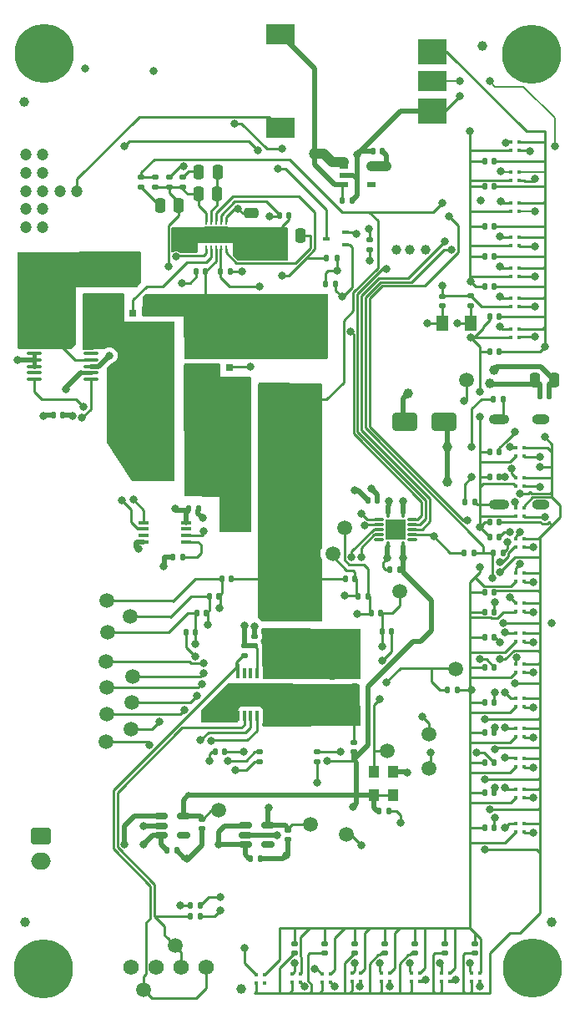
<source format=gbr>
%TF.GenerationSoftware,KiCad,Pcbnew,8.0.1*%
%TF.CreationDate,2024-04-16T22:47:58+08:00*%
%TF.ProjectId,bitaxeUltra,62697461-7865-4556-9c74-72612e6b6963,rev?*%
%TF.SameCoordinates,Original*%
%TF.FileFunction,Copper,L1,Top*%
%TF.FilePolarity,Positive*%
%FSLAX46Y46*%
G04 Gerber Fmt 4.6, Leading zero omitted, Abs format (unit mm)*
G04 Created by KiCad (PCBNEW 8.0.1) date 2024-04-16 22:47:58*
%MOMM*%
%LPD*%
G01*
G04 APERTURE LIST*
G04 Aperture macros list*
%AMRoundRect*
0 Rectangle with rounded corners*
0 $1 Rounding radius*
0 $2 $3 $4 $5 $6 $7 $8 $9 X,Y pos of 4 corners*
0 Add a 4 corners polygon primitive as box body*
4,1,4,$2,$3,$4,$5,$6,$7,$8,$9,$2,$3,0*
0 Add four circle primitives for the rounded corners*
1,1,$1+$1,$2,$3*
1,1,$1+$1,$4,$5*
1,1,$1+$1,$6,$7*
1,1,$1+$1,$8,$9*
0 Add four rect primitives between the rounded corners*
20,1,$1+$1,$2,$3,$4,$5,0*
20,1,$1+$1,$4,$5,$6,$7,0*
20,1,$1+$1,$6,$7,$8,$9,0*
20,1,$1+$1,$8,$9,$2,$3,0*%
%AMFreePoly0*
4,1,35,0.005000,-4.560000,0.003536,-4.563536,0.000000,-4.565000,-5.000000,-4.565000,-5.003536,-4.563536,-5.005000,-4.560000,-5.005000,-3.898000,-5.003536,-3.894464,-5.000000,-3.893000,-4.325000,-3.893000,-4.325000,-3.269700,-5.000000,-3.269700,-5.003536,-3.268236,-5.005000,-3.264700,-5.005000,-2.599700,-5.003536,-2.596164,-5.000000,-2.594700,-4.325000,-2.594700,-4.325000,-1.971400,-5.000000,-1.971400,
-5.003536,-1.969936,-5.005000,-1.966400,-5.005000,-1.301400,-5.003536,-1.297864,-5.000000,-1.296400,-4.325000,-1.296400,-4.325000,-0.673100,-5.000000,-0.673100,-5.003536,-0.671636,-5.005000,-0.668100,-5.005000,0.000000,-5.003536,0.003536,-5.000000,0.005000,0.005000,0.005000,0.005000,-4.560000,0.005000,-4.560000,$1*%
%AMFreePoly1*
4,1,45,-0.124646,1.700354,-0.124500,1.700000,-0.124500,1.200500,0.124500,1.200500,0.124500,1.700000,0.124646,1.700354,0.125000,1.700500,0.375000,1.700500,0.375354,1.700354,0.375500,1.700000,0.375500,1.200500,0.825000,1.200500,0.825354,1.200354,0.825500,1.200000,0.825500,-1.200000,0.825354,-1.200354,0.825000,-1.200500,0.375500,-1.200500,0.375500,-1.700000,0.375354,-1.700354,
0.375000,-1.700500,0.125000,-1.700500,0.124646,-1.700354,0.124500,-1.700000,0.124500,-1.200500,-0.124500,-1.200500,-0.124500,-1.700000,-0.124646,-1.700354,-0.125000,-1.700500,-0.375000,-1.700500,-0.375354,-1.700354,-0.375500,-1.700000,-0.375500,-1.200500,-0.825000,-1.200500,-0.825354,-1.200354,-0.825500,-1.200000,-0.825500,1.200000,-0.825354,1.200354,-0.825000,1.200500,-0.375500,1.200500,
-0.375500,1.700000,-0.375354,1.700354,-0.375000,1.700500,-0.125000,1.700500,-0.124646,1.700354,-0.124646,1.700354,$1*%
G04 Aperture macros list end*
%TA.AperFunction,SMDPad,CuDef*%
%ADD10RoundRect,0.250000X0.250000X0.475000X-0.250000X0.475000X-0.250000X-0.475000X0.250000X-0.475000X0*%
%TD*%
%TA.AperFunction,SMDPad,CuDef*%
%ADD11RoundRect,0.140000X0.140000X0.170000X-0.140000X0.170000X-0.140000X-0.170000X0.140000X-0.170000X0*%
%TD*%
%TA.AperFunction,SMDPad,CuDef*%
%ADD12R,0.450000X0.450000*%
%TD*%
%TA.AperFunction,SMDPad,CuDef*%
%ADD13RoundRect,0.250000X-1.000000X-0.650000X1.000000X-0.650000X1.000000X0.650000X-1.000000X0.650000X0*%
%TD*%
%TA.AperFunction,SMDPad,CuDef*%
%ADD14RoundRect,0.100000X-0.637500X-0.100000X0.637500X-0.100000X0.637500X0.100000X-0.637500X0.100000X0*%
%TD*%
%TA.AperFunction,SMDPad,CuDef*%
%ADD15RoundRect,0.140000X-0.170000X0.140000X-0.170000X-0.140000X0.170000X-0.140000X0.170000X0.140000X0*%
%TD*%
%TA.AperFunction,SMDPad,CuDef*%
%ADD16C,1.000000*%
%TD*%
%TA.AperFunction,SMDPad,CuDef*%
%ADD17RoundRect,0.135000X-0.185000X0.135000X-0.185000X-0.135000X0.185000X-0.135000X0.185000X0.135000X0*%
%TD*%
%TA.AperFunction,SMDPad,CuDef*%
%ADD18RoundRect,0.140000X-0.140000X-0.170000X0.140000X-0.170000X0.140000X0.170000X-0.140000X0.170000X0*%
%TD*%
%TA.AperFunction,SMDPad,CuDef*%
%ADD19RoundRect,0.135000X0.135000X0.185000X-0.135000X0.185000X-0.135000X-0.185000X0.135000X-0.185000X0*%
%TD*%
%TA.AperFunction,SMDPad,CuDef*%
%ADD20C,1.500000*%
%TD*%
%TA.AperFunction,SMDPad,CuDef*%
%ADD21R,0.700000X0.450000*%
%TD*%
%TA.AperFunction,SMDPad,CuDef*%
%ADD22RoundRect,0.250000X-0.475000X0.250000X-0.475000X-0.250000X0.475000X-0.250000X0.475000X0.250000X0*%
%TD*%
%TA.AperFunction,SMDPad,CuDef*%
%ADD23RoundRect,0.250000X-0.250000X-0.475000X0.250000X-0.475000X0.250000X0.475000X-0.250000X0.475000X0*%
%TD*%
%TA.AperFunction,SMDPad,CuDef*%
%ADD24R,1.168400X1.600200*%
%TD*%
%TA.AperFunction,SMDPad,CuDef*%
%ADD25RoundRect,0.150000X-0.512500X-0.150000X0.512500X-0.150000X0.512500X0.150000X-0.512500X0.150000X0*%
%TD*%
%TA.AperFunction,SMDPad,CuDef*%
%ADD26RoundRect,0.140000X0.170000X-0.140000X0.170000X0.140000X-0.170000X0.140000X-0.170000X-0.140000X0*%
%TD*%
%TA.AperFunction,SMDPad,CuDef*%
%ADD27R,0.400000X1.100000*%
%TD*%
%TA.AperFunction,ComponentPad*%
%ADD28C,0.800000*%
%TD*%
%TA.AperFunction,ComponentPad*%
%ADD29C,6.000000*%
%TD*%
%TA.AperFunction,SMDPad,CuDef*%
%ADD30RoundRect,0.007800X-0.122200X0.442200X-0.122200X-0.442200X0.122200X-0.442200X0.122200X0.442200X0*%
%TD*%
%TA.AperFunction,SMDPad,CuDef*%
%ADD31RoundRect,0.007800X-0.442200X-0.122200X0.442200X-0.122200X0.442200X0.122200X-0.442200X0.122200X0*%
%TD*%
%TA.AperFunction,SMDPad,CuDef*%
%ADD32R,2.050000X2.050000*%
%TD*%
%TA.AperFunction,ComponentPad*%
%ADD33C,0.500000*%
%TD*%
%TA.AperFunction,SMDPad,CuDef*%
%ADD34R,3.100000X2.000000*%
%TD*%
%TA.AperFunction,SMDPad,CuDef*%
%ADD35RoundRect,0.135000X0.185000X-0.135000X0.185000X0.135000X-0.185000X0.135000X-0.185000X-0.135000X0*%
%TD*%
%TA.AperFunction,SMDPad,CuDef*%
%ADD36R,3.000000X2.500000*%
%TD*%
%TA.AperFunction,SMDPad,CuDef*%
%ADD37R,3.000000X2.000000*%
%TD*%
%TA.AperFunction,SMDPad,CuDef*%
%ADD38R,1.100000X0.400000*%
%TD*%
%TA.AperFunction,SMDPad,CuDef*%
%ADD39RoundRect,0.250000X-1.025000X0.875000X-1.025000X-0.875000X1.025000X-0.875000X1.025000X0.875000X0*%
%TD*%
%TA.AperFunction,SMDPad,CuDef*%
%ADD40R,0.700000X0.800000*%
%TD*%
%TA.AperFunction,SMDPad,CuDef*%
%ADD41FreePoly0,270.000000*%
%TD*%
%TA.AperFunction,SMDPad,CuDef*%
%ADD42RoundRect,0.135000X-0.135000X-0.185000X0.135000X-0.185000X0.135000X0.185000X-0.135000X0.185000X0*%
%TD*%
%TA.AperFunction,SMDPad,CuDef*%
%ADD43RoundRect,0.050000X-0.070000X0.250000X-0.070000X-0.250000X0.070000X-0.250000X0.070000X0.250000X0*%
%TD*%
%TA.AperFunction,ComponentPad*%
%ADD44C,0.400000*%
%TD*%
%TA.AperFunction,SMDPad,CuDef*%
%ADD45FreePoly1,270.000000*%
%TD*%
%TA.AperFunction,SMDPad,CuDef*%
%ADD46R,1.600000X2.700000*%
%TD*%
%TA.AperFunction,SMDPad,CuDef*%
%ADD47FreePoly0,90.000000*%
%TD*%
%TA.AperFunction,SMDPad,CuDef*%
%ADD48RoundRect,0.250000X-0.325000X-1.100000X0.325000X-1.100000X0.325000X1.100000X-0.325000X1.100000X0*%
%TD*%
%TA.AperFunction,SMDPad,CuDef*%
%ADD49R,1.100000X1.300000*%
%TD*%
%TA.AperFunction,SMDPad,CuDef*%
%ADD50RoundRect,0.250000X0.325000X0.650000X-0.325000X0.650000X-0.325000X-0.650000X0.325000X-0.650000X0*%
%TD*%
%TA.AperFunction,SMDPad,CuDef*%
%ADD51R,0.952500X0.558800*%
%TD*%
%TA.AperFunction,ComponentPad*%
%ADD52C,1.574800*%
%TD*%
%TA.AperFunction,ComponentPad*%
%ADD53R,1.700000X1.700000*%
%TD*%
%TA.AperFunction,ComponentPad*%
%ADD54O,1.700000X1.700000*%
%TD*%
%TA.AperFunction,ComponentPad*%
%ADD55O,1.800000X1.000000*%
%TD*%
%TA.AperFunction,ComponentPad*%
%ADD56O,2.100000X1.000000*%
%TD*%
%TA.AperFunction,ComponentPad*%
%ADD57RoundRect,0.250000X-0.750000X0.600000X-0.750000X-0.600000X0.750000X-0.600000X0.750000X0.600000X0*%
%TD*%
%TA.AperFunction,ComponentPad*%
%ADD58O,2.000000X1.700000*%
%TD*%
%TA.AperFunction,ViaPad*%
%ADD59C,0.800000*%
%TD*%
%TA.AperFunction,ViaPad*%
%ADD60C,1.200000*%
%TD*%
%TA.AperFunction,ViaPad*%
%ADD61C,1.000000*%
%TD*%
%TA.AperFunction,Conductor*%
%ADD62C,0.254000*%
%TD*%
%TA.AperFunction,Conductor*%
%ADD63C,0.508000*%
%TD*%
%TA.AperFunction,Conductor*%
%ADD64C,0.400000*%
%TD*%
%TA.AperFunction,Conductor*%
%ADD65C,1.000000*%
%TD*%
%TA.AperFunction,Conductor*%
%ADD66C,0.200000*%
%TD*%
G04 APERTURE END LIST*
D10*
%TO.P,C43,1*%
%TO.N,Net-(U9-BP)*%
X106814000Y-69487000D03*
%TO.P,C43,2*%
%TO.N,GND*%
X104914000Y-69487000D03*
%TD*%
D11*
%TO.P,C19,1*%
%TO.N,/BM1366/1V8*%
X116836000Y-103365000D03*
%TO.P,C19,2*%
%TO.N,GND*%
X115876000Y-103365000D03*
%TD*%
D12*
%TO.P,M23,1*%
%TO.N,N/C*%
X118872000Y-145122000D03*
%TO.P,M23,2*%
X118022000Y-145122000D03*
%TO.P,M23,3*%
%TO.N,GND*%
X118872000Y-144272000D03*
%TO.P,M23,4*%
%TO.N,N/C*%
X118022000Y-144272000D03*
%TD*%
D13*
%TO.P,D1,1*%
%TO.N,/5V*%
X117380000Y-88392000D03*
%TO.P,D1,2*%
%TO.N,Net-(D1-Pad2)*%
X121380000Y-88392000D03*
%TD*%
D12*
%TO.P,M27,1*%
%TO.N,N/C*%
X106763000Y-145205000D03*
%TO.P,M27,2*%
X105913000Y-145205000D03*
%TO.P,M27,3*%
%TO.N,GND*%
X106763000Y-144355000D03*
%TO.P,M27,4*%
%TO.N,N/C*%
X105913000Y-144355000D03*
%TD*%
%TO.P,M12,1*%
%TO.N,/LED/DO*%
X128607000Y-103715000D03*
%TO.P,M12,2*%
%TO.N,N/C*%
X129457000Y-103715000D03*
%TO.P,M12,3*%
%TO.N,GND*%
X128607000Y-104565000D03*
%TO.P,M12,4*%
%TO.N,N/C*%
X129457000Y-104565000D03*
%TD*%
D14*
%TO.P,U8,1,IN+*%
%TO.N,/Power/VIN*%
X79777500Y-79495000D03*
%TO.P,U8,2,IN+*%
X79777500Y-80145000D03*
%TO.P,U8,3,IN+*%
X79777500Y-80795000D03*
%TO.P,U8,4,A1*%
%TO.N,GND*%
X79777500Y-81445000D03*
%TO.P,U8,5,A0*%
X79777500Y-82095000D03*
%TO.P,U8,6,GND*%
X79777500Y-82745000D03*
%TO.P,U8,7,ALERT*%
%TO.N,unconnected-(U8-ALERT-Pad7)*%
X79777500Y-83395000D03*
%TO.P,U8,8,SDA*%
%TO.N,/SDA*%
X79777500Y-84045000D03*
%TO.P,U8,9,SCL*%
%TO.N,/SCL*%
X85502500Y-84045000D03*
%TO.P,U8,10,VS*%
%TO.N,/3V3*%
X85502500Y-83395000D03*
%TO.P,U8,11,GND*%
%TO.N,GND*%
X85502500Y-82745000D03*
%TO.P,U8,12,VBUS*%
%TO.N,/Power/VIN*%
X85502500Y-82095000D03*
%TO.P,U8,13,NC*%
%TO.N,unconnected-(U8-NC-Pad13)*%
X85502500Y-81445000D03*
%TO.P,U8,14,IN-*%
%TO.N,/5V*%
X85502500Y-80795000D03*
%TO.P,U8,15,IN-*%
X85502500Y-80145000D03*
%TO.P,U8,16,IN-*%
X85502500Y-79495000D03*
%TD*%
D15*
%TO.P,C7,1*%
%TO.N,/VDD*%
X112268000Y-114175600D03*
%TO.P,C7,2*%
%TO.N,GND*%
X112268000Y-115135600D03*
%TD*%
D16*
%TO.P,FID2,*%
%TO.N,*%
X125272800Y-50292000D03*
%TD*%
%TO.P,FID4,*%
%TO.N,*%
X132257800Y-139065000D03*
%TD*%
D17*
%TO.P,R13,1*%
%TO.N,/VDD*%
X90649600Y-63569000D03*
%TO.P,R13,2*%
%TO.N,Net-(C45-Pad1)*%
X90649600Y-64589000D03*
%TD*%
D16*
%TO.P,FID3,*%
%TO.N,*%
X78841600Y-139065000D03*
%TD*%
D18*
%TO.P,CM18,1*%
%TO.N,GND*%
X125504000Y-122936000D03*
%TO.P,CM18,2*%
%TO.N,/LED/VDD*%
X126464000Y-122936000D03*
%TD*%
D15*
%TO.P,CM21,1*%
%TO.N,GND*%
X124460000Y-141252000D03*
%TO.P,CM21,2*%
%TO.N,/LED/VDD*%
X124460000Y-142212000D03*
%TD*%
D19*
%TO.P,R6,1*%
%TO.N,GND*%
X122717000Y-115554000D03*
%TO.P,R6,2*%
%TO.N,/BM1366/BI*%
X121697000Y-115554000D03*
%TD*%
D11*
%TO.P,C1,1*%
%TO.N,GND*%
X115730000Y-127810000D03*
%TO.P,C1,2*%
%TO.N,/BM1366/1V8*%
X114770000Y-127810000D03*
%TD*%
D20*
%TO.P,TP38,1,1*%
%TO.N,/BM1366/NRSTO*%
X87045800Y-112699800D03*
%TD*%
D21*
%TO.P,Q4,1,G*%
%TO.N,/ESP32/PWR_EN*%
X111370000Y-70430000D03*
%TO.P,Q4,2,S*%
%TO.N,GND*%
X111370000Y-69130000D03*
%TO.P,Q4,3,D*%
%TO.N,Net-(Q4-D)*%
X109370000Y-69780000D03*
%TD*%
D10*
%TO.P,C41,1*%
%TO.N,Net-(U9-COMP)*%
X98355400Y-63005800D03*
%TO.P,C41,2*%
%TO.N,Net-(C41-Pad2)*%
X96455400Y-63005800D03*
%TD*%
D12*
%TO.P,M2,1*%
%TO.N,/LED/DO*%
X128099000Y-63075000D03*
%TO.P,M2,2*%
%TO.N,/LED/VDD*%
X128949000Y-63075000D03*
%TO.P,M2,3*%
%TO.N,GND*%
X128099000Y-63925000D03*
%TO.P,M2,4*%
%TO.N,N/C*%
X128949000Y-63925000D03*
%TD*%
D20*
%TO.P,TP19,1,1*%
%TO.N,/3V3*%
X123610000Y-84120000D03*
%TD*%
D18*
%TO.P,CM13,1*%
%TO.N,GND*%
X125504000Y-107696000D03*
%TO.P,CM13,2*%
%TO.N,/LED/VDD*%
X126464000Y-107696000D03*
%TD*%
D15*
%TO.P,CM23,1*%
%TO.N,GND*%
X118364000Y-141252000D03*
%TO.P,CM23,2*%
%TO.N,/LED/VDD*%
X118364000Y-142212000D03*
%TD*%
D17*
%TO.P,R8,1*%
%TO.N,/3V3*%
X113770000Y-69930000D03*
%TO.P,R8,2*%
%TO.N,/PLUG_SENSE*%
X113770000Y-70950000D03*
%TD*%
D12*
%TO.P,M9,1*%
%TO.N,/LED/DO*%
X128607000Y-94063000D03*
%TO.P,M9,2*%
%TO.N,/LED/VDD*%
X129457000Y-94063000D03*
%TO.P,M9,3*%
%TO.N,GND*%
X128607000Y-94913000D03*
%TO.P,M9,4*%
%TO.N,N/C*%
X129457000Y-94913000D03*
%TD*%
D11*
%TO.P,C3,1*%
%TO.N,/BM1366/VDD3_0*%
X114920000Y-107790000D03*
%TO.P,C3,2*%
%TO.N,/BM1366/VDD2_0*%
X113960000Y-107790000D03*
%TD*%
D19*
%TO.P,R5,1*%
%TO.N,GND*%
X124464000Y-96520000D03*
%TO.P,R5,2*%
%TO.N,Net-(J8-CC2)*%
X123444000Y-96520000D03*
%TD*%
D18*
%TO.P,CM4,1*%
%TO.N,GND*%
X125504000Y-71628000D03*
%TO.P,CM4,2*%
%TO.N,/LED/VDD*%
X126464000Y-71628000D03*
%TD*%
D22*
%TO.P,C38,1*%
%TO.N,/5V*%
X101783000Y-67211600D03*
%TO.P,C38,2*%
%TO.N,GND*%
X101783000Y-69111600D03*
%TD*%
D20*
%TO.P,TP35,1,1*%
%TO.N,/BM1366/VDD2_0*%
X111225000Y-99150000D03*
%TD*%
D18*
%TO.P,CM3,1*%
%TO.N,GND*%
X125504000Y-68580000D03*
%TO.P,CM3,2*%
%TO.N,/LED/VDD*%
X126464000Y-68580000D03*
%TD*%
D20*
%TO.P,TP5,1,1*%
%TO.N,GND*%
X111440000Y-130160000D03*
%TD*%
D15*
%TO.P,C25,1*%
%TO.N,/BM1366/0V8*%
X105540000Y-129760000D03*
%TO.P,C25,2*%
%TO.N,GND*%
X105540000Y-130720000D03*
%TD*%
D23*
%TO.P,C45,1*%
%TO.N,Net-(C45-Pad1)*%
X92522000Y-66420000D03*
%TO.P,C45,2*%
%TO.N,/Power/OUT0*%
X94422000Y-66420000D03*
%TD*%
D24*
%TO.P,Y1,1,1*%
%TO.N,/ESP32/XIN32*%
X124017400Y-78349000D03*
%TO.P,Y1,2,2*%
%TO.N,/ESP32/XOUT32*%
X121172600Y-78349000D03*
%TD*%
D12*
%TO.P,M26,1*%
%TO.N,N/C*%
X109811000Y-145205000D03*
%TO.P,M26,2*%
X108961000Y-145205000D03*
%TO.P,M26,3*%
%TO.N,GND*%
X109811000Y-144355000D03*
%TO.P,M26,4*%
%TO.N,N/C*%
X108961000Y-144355000D03*
%TD*%
D18*
%TO.P,CM5,1*%
%TO.N,GND*%
X125504000Y-74676000D03*
%TO.P,CM5,2*%
%TO.N,/LED/VDD*%
X126464000Y-74676000D03*
%TD*%
D20*
%TO.P,TP16,1,1*%
%TO.N,/Fan/FAN_TACH*%
X94107000Y-141452600D03*
%TD*%
%TO.P,TP15,1,1*%
%TO.N,/Fan/FAN_PWM*%
X90855800Y-145948400D03*
%TD*%
D25*
%TO.P,U5,1,VIN*%
%TO.N,/5V*%
X92615500Y-128358000D03*
%TO.P,U5,2,GND*%
%TO.N,GND*%
X92615500Y-129308000D03*
%TO.P,U5,3,EN*%
%TO.N,/5V*%
X92615500Y-130258000D03*
%TO.P,U5,4,PG*%
%TO.N,unconnected-(U5-PG-Pad4)*%
X94890500Y-130258000D03*
%TO.P,U5,5,VOUT*%
%TO.N,/BM1366/1V8*%
X94890500Y-128358000D03*
%TD*%
D23*
%TO.P,C51,1*%
%TO.N,/3V3*%
X130580000Y-84090000D03*
%TO.P,C51,2*%
%TO.N,GND*%
X132480000Y-84090000D03*
%TD*%
D20*
%TO.P,TP8,1,1*%
%TO.N,/BM1366/ADDR0*%
X119800000Y-119990000D03*
%TD*%
D25*
%TO.P,U6,1,VIN*%
%TO.N,/5V*%
X101182500Y-129290000D03*
%TO.P,U6,2,GND*%
%TO.N,GND*%
X101182500Y-130240000D03*
%TO.P,U6,3,EN*%
%TO.N,/5V*%
X101182500Y-131190000D03*
%TO.P,U6,4,PG*%
%TO.N,unconnected-(U6-PG-Pad4)*%
X103457500Y-131190000D03*
%TO.P,U6,5,VOUT*%
%TO.N,/BM1366/0V8*%
X103457500Y-129290000D03*
%TD*%
D15*
%TO.P,CM25,1*%
%TO.N,GND*%
X112268000Y-141252000D03*
%TO.P,CM25,2*%
%TO.N,/LED/VDD*%
X112268000Y-142212000D03*
%TD*%
D12*
%TO.P,M14,1*%
%TO.N,N/C*%
X128607000Y-109811000D03*
%TO.P,M14,2*%
X129457000Y-109811000D03*
%TO.P,M14,3*%
%TO.N,GND*%
X128607000Y-110661000D03*
%TO.P,M14,4*%
%TO.N,N/C*%
X129457000Y-110661000D03*
%TD*%
D20*
%TO.P,TP1,1,1*%
%TO.N,/BM1366/BO*%
X89763600Y-114223800D03*
%TD*%
D12*
%TO.P,M7,1*%
%TO.N,/LED/DO*%
X128099000Y-78989000D03*
%TO.P,M7,2*%
%TO.N,/LED/VDD*%
X128949000Y-78989000D03*
%TO.P,M7,3*%
%TO.N,GND*%
X128099000Y-79839000D03*
%TO.P,M7,4*%
%TO.N,N/C*%
X128949000Y-79839000D03*
%TD*%
%TO.P,M1,1*%
%TO.N,/LED/DO*%
X128099000Y-60027000D03*
%TO.P,M1,2*%
%TO.N,/LED/VDD*%
X128949000Y-60027000D03*
%TO.P,M1,3*%
%TO.N,GND*%
X128099000Y-60877000D03*
%TO.P,M1,4*%
%TO.N,/LED/DO*%
X128949000Y-60877000D03*
%TD*%
D26*
%TO.P,C4,1*%
%TO.N,/BM1366/0V8*%
X108485000Y-122798000D03*
%TO.P,C4,2*%
%TO.N,GND*%
X108485000Y-121838000D03*
%TD*%
D20*
%TO.P,TP43,1,1*%
%TO.N,/BM1366/RI*%
X87147400Y-115316000D03*
%TD*%
D27*
%TO.P,U7,1,VDD*%
%TO.N,/3V3*%
X102371800Y-113877200D03*
%TO.P,U7,2,DP*%
%TO.N,unconnected-(U7-DP-Pad2)*%
X101721800Y-113877200D03*
%TO.P,U7,3,DN*%
%TO.N,unconnected-(U7-DN-Pad3)*%
X101071800Y-113877200D03*
%TO.P,U7,4,FAN*%
%TO.N,/Fan/FAN_PWM*%
X100421800Y-113877200D03*
%TO.P,U7,5,GND*%
%TO.N,GND*%
X100421800Y-118177200D03*
%TO.P,U7,6,ALERT/TACH*%
%TO.N,/Fan/FAN_TACH*%
X101071800Y-118177200D03*
%TO.P,U7,7,SMDATA*%
%TO.N,/SDA*%
X101721800Y-118177200D03*
%TO.P,U7,8,SMCLK*%
%TO.N,/SCL*%
X102371800Y-118177200D03*
%TD*%
D11*
%TO.P,C12,1*%
%TO.N,/VDD*%
X99780000Y-104240000D03*
%TO.P,C12,2*%
%TO.N,/BM1366/VDD1_1*%
X98820000Y-104240000D03*
%TD*%
D18*
%TO.P,C52,1*%
%TO.N,/3V3*%
X131050000Y-85700000D03*
%TO.P,C52,2*%
%TO.N,GND*%
X132010000Y-85700000D03*
%TD*%
D12*
%TO.P,M10,1*%
%TO.N,/LED/DO*%
X128607000Y-97111000D03*
%TO.P,M10,2*%
%TO.N,/LED/VDD*%
X129457000Y-97111000D03*
%TO.P,M10,3*%
%TO.N,GND*%
X128607000Y-97961000D03*
%TO.P,M10,4*%
%TO.N,N/C*%
X129457000Y-97961000D03*
%TD*%
D19*
%TO.P,R1,1*%
%TO.N,/3V3*%
X127347000Y-101658000D03*
%TO.P,R1,2*%
%TO.N,/ESP32/EN*%
X126327000Y-101658000D03*
%TD*%
D28*
%TO.P,H7,1,1*%
%TO.N,GND*%
X127985010Y-51120990D03*
X128644020Y-49530000D03*
X128644020Y-52711980D03*
X130235010Y-48870990D03*
D29*
X130235010Y-51120990D03*
D28*
X130235010Y-53370990D03*
X131826000Y-49530000D03*
X131826000Y-52711980D03*
X132485010Y-51120990D03*
%TD*%
D26*
%TO.P,C30,1*%
%TO.N,/ESP32/XIN32*%
X124043000Y-76576000D03*
%TO.P,C30,2*%
%TO.N,GND*%
X124043000Y-75616000D03*
%TD*%
D16*
%TO.P,FID1,*%
%TO.N,*%
X78740000Y-55905400D03*
%TD*%
D30*
%TO.P,U2,1,VCCA*%
%TO.N,/BM1366/1V8*%
X115672000Y-97580000D03*
D31*
%TO.P,U2,2,A1*%
%TO.N,/BM1366/RO*%
X114737000Y-98265000D03*
%TO.P,U2,3,A2*%
%TO.N,/BM1366/CI*%
X114737000Y-98765000D03*
%TO.P,U2,4,A3*%
%TO.N,/BM1366/RST_N*%
X114737000Y-99265000D03*
%TO.P,U2,5,A4*%
%TO.N,GND*%
X114737000Y-99765000D03*
%TO.P,U2,6,NC*%
%TO.N,unconnected-(U2-NC-Pad6)*%
X114737000Y-100265000D03*
D30*
%TO.P,U2,7,GND*%
%TO.N,GND*%
X115672000Y-100950000D03*
%TO.P,U2,8,OE*%
%TO.N,/BM1366/1V8*%
X117172000Y-100950000D03*
D31*
%TO.P,U2,9,NC*%
%TO.N,unconnected-(U2-NC-Pad9)*%
X118107000Y-100265000D03*
%TO.P,U2,10,B4*%
%TO.N,GND*%
X118107000Y-99765000D03*
%TO.P,U2,11,B3*%
%TO.N,/RST*%
X118107000Y-99265000D03*
%TO.P,U2,12,B2*%
%TO.N,/TX*%
X118107000Y-98765000D03*
%TO.P,U2,13,B1*%
%TO.N,/RX*%
X118107000Y-98265000D03*
D30*
%TO.P,U2,14,VCCB*%
%TO.N,/3V3*%
X117172000Y-97580000D03*
D32*
%TO.P,U2,15,GND*%
%TO.N,GND*%
X116422000Y-99265000D03*
D33*
%TO.P,U2,16,GND*%
X116922000Y-98765000D03*
%TO.P,U2,17,GND*%
X116922000Y-99765000D03*
%TO.P,U2,18,GND*%
X115922000Y-99765000D03*
%TO.P,U2,19,GND*%
X115922000Y-98765000D03*
%TD*%
D17*
%TO.P,R10,1*%
%TO.N,Net-(C41-Pad2)*%
X94828800Y-63573600D03*
%TO.P,R10,2*%
%TO.N,/Power/OUT0*%
X94828800Y-64593600D03*
%TD*%
D20*
%TO.P,TP42,1,1*%
%TO.N,/BM1366/VDD1_1*%
X87100000Y-106510000D03*
%TD*%
D18*
%TO.P,CM15,1*%
%TO.N,GND*%
X125504000Y-113284000D03*
%TO.P,CM15,2*%
%TO.N,/LED/VDD*%
X126464000Y-113284000D03*
%TD*%
D34*
%TO.P,L1,1,1*%
%TO.N,/Power/SW*%
X106000600Y-77761400D03*
%TO.P,L1,2,2*%
%TO.N,/VDD*%
X106000600Y-86081400D03*
%TD*%
D12*
%TO.P,M5,1*%
%TO.N,/LED/DO*%
X128099000Y-72810000D03*
%TO.P,M5,2*%
%TO.N,/LED/VDD*%
X128949000Y-72810000D03*
%TO.P,M5,3*%
%TO.N,GND*%
X128099000Y-73660000D03*
%TO.P,M5,4*%
%TO.N,N/C*%
X128949000Y-73660000D03*
%TD*%
%TO.P,M3,1*%
%TO.N,/LED/DO*%
X128099000Y-66206000D03*
%TO.P,M3,2*%
%TO.N,/LED/VDD*%
X128949000Y-66206000D03*
%TO.P,M3,3*%
%TO.N,GND*%
X128099000Y-67056000D03*
%TO.P,M3,4*%
%TO.N,N/C*%
X128949000Y-67056000D03*
%TD*%
%TO.P,M16,1*%
%TO.N,N/C*%
X128607000Y-116415000D03*
%TO.P,M16,2*%
X129457000Y-116415000D03*
%TO.P,M16,3*%
%TO.N,GND*%
X128607000Y-117265000D03*
%TO.P,M16,4*%
%TO.N,N/C*%
X129457000Y-117265000D03*
%TD*%
D35*
%TO.P,R15,1*%
%TO.N,/Power/OUT0*%
X93465000Y-64589000D03*
%TO.P,R15,2*%
%TO.N,GND*%
X93465000Y-63569000D03*
%TD*%
D36*
%TO.P,LED\u002A\u002A,1*%
%TO.N,/LED/VDD*%
X120124000Y-50848000D03*
D37*
%TO.P,LED\u002A\u002A,2*%
%TO.N,/LED/DO*%
X120124000Y-53848000D03*
D36*
%TO.P,LED\u002A\u002A,3*%
%TO.N,GND*%
X120124000Y-56848000D03*
D37*
%TO.P,LED\u002A\u002A,4*%
%TO.N,/5V*%
X104724000Y-49098000D03*
%TO.P,LED\u002A\u002A,5*%
%TO.N,GND*%
X104724000Y-58598000D03*
%TD*%
D12*
%TO.P,M13,1*%
%TO.N,N/C*%
X128607000Y-106763000D03*
%TO.P,M13,2*%
X129457000Y-106763000D03*
%TO.P,M13,3*%
%TO.N,GND*%
X128607000Y-107613000D03*
%TO.P,M13,4*%
%TO.N,N/C*%
X129457000Y-107613000D03*
%TD*%
D11*
%TO.P,C15,1*%
%TO.N,/BM1366/VDD1_1*%
X98490000Y-106040000D03*
%TO.P,C15,2*%
%TO.N,/BM1366/VDD2_1*%
X97530000Y-106040000D03*
%TD*%
D19*
%TO.P,R16,1*%
%TO.N,Net-(U10-FS0)*%
X94840000Y-102040000D03*
%TO.P,R16,2*%
%TO.N,GND*%
X93820000Y-102040000D03*
%TD*%
D12*
%TO.P,M19,1*%
%TO.N,N/C*%
X128607000Y-125642000D03*
%TO.P,M19,2*%
X129457000Y-125642000D03*
%TO.P,M19,3*%
%TO.N,GND*%
X128607000Y-126492000D03*
%TO.P,M19,4*%
%TO.N,N/C*%
X129457000Y-126492000D03*
%TD*%
D15*
%TO.P,CM22,1*%
%TO.N,GND*%
X121412000Y-141252000D03*
%TO.P,CM22,2*%
%TO.N,/LED/VDD*%
X121412000Y-142212000D03*
%TD*%
D12*
%TO.P,M15,1*%
%TO.N,N/C*%
X128607000Y-112942000D03*
%TO.P,M15,2*%
X129457000Y-112942000D03*
%TO.P,M15,3*%
%TO.N,GND*%
X128607000Y-113792000D03*
%TO.P,M15,4*%
%TO.N,N/C*%
X129457000Y-113792000D03*
%TD*%
D28*
%TO.P,H9,1,1*%
%TO.N,GND*%
X128052000Y-143728000D03*
X128711010Y-142137010D03*
X128711010Y-145318990D03*
X130302000Y-141478000D03*
D29*
X130302000Y-143728000D03*
D28*
X130302000Y-145978000D03*
X131892990Y-142137010D03*
X131892990Y-145318990D03*
X132552000Y-143728000D03*
%TD*%
D15*
%TO.P,CM27,1*%
%TO.N,GND*%
X106172000Y-141252000D03*
%TO.P,CM27,2*%
%TO.N,/LED/VDD*%
X106172000Y-142212000D03*
%TD*%
D18*
%TO.P,CM12,1*%
%TO.N,GND*%
X125504000Y-105664000D03*
%TO.P,CM12,2*%
%TO.N,/LED/VDD*%
X126464000Y-105664000D03*
%TD*%
D12*
%TO.P,M17,1*%
%TO.N,N/C*%
X128607000Y-119463000D03*
%TO.P,M17,2*%
X129457000Y-119463000D03*
%TO.P,M17,3*%
%TO.N,GND*%
X128607000Y-120313000D03*
%TO.P,M17,4*%
%TO.N,N/C*%
X129457000Y-120313000D03*
%TD*%
D26*
%TO.P,C16,1*%
%TO.N,Net-(U14-VDDIO_08_1)*%
X102646000Y-122798000D03*
%TO.P,C16,2*%
%TO.N,GND*%
X102646000Y-121838000D03*
%TD*%
D11*
%TO.P,C49,1*%
%TO.N,/3V3*%
X115080000Y-60930000D03*
%TO.P,C49,2*%
%TO.N,GND*%
X114120000Y-60930000D03*
%TD*%
D12*
%TO.P,M21,1*%
%TO.N,N/C*%
X124968000Y-145122000D03*
%TO.P,M21,2*%
X124118000Y-145122000D03*
%TO.P,M21,3*%
%TO.N,GND*%
X124968000Y-144272000D03*
%TO.P,M21,4*%
%TO.N,N/C*%
X124118000Y-144272000D03*
%TD*%
D11*
%TO.P,C18,1*%
%TO.N,/BM1366/VDD3_1*%
X96139000Y-109681000D03*
%TO.P,C18,2*%
%TO.N,GND*%
X95179000Y-109681000D03*
%TD*%
D10*
%TO.P,C40,1*%
%TO.N,Net-(U9-COMP)*%
X98333000Y-65268000D03*
%TO.P,C40,2*%
%TO.N,/Power/OUT0*%
X96433000Y-65268000D03*
%TD*%
D18*
%TO.P,CM14,1*%
%TO.N,GND*%
X125504000Y-110236000D03*
%TO.P,CM14,2*%
%TO.N,/LED/VDD*%
X126464000Y-110236000D03*
%TD*%
D38*
%TO.P,U10,1,SDA*%
%TO.N,/SDA*%
X90890000Y-98565000D03*
%TO.P,U10,2,SCL*%
%TO.N,/SCL*%
X90890000Y-99215000D03*
%TO.P,U10,3,FS1*%
%TO.N,unconnected-(U10-FS1-Pad3)*%
X90890000Y-99865000D03*
%TO.P,U10,4,GND*%
%TO.N,GND*%
X90890000Y-100515000D03*
%TO.P,U10,5,FS0*%
%TO.N,Net-(U10-FS0)*%
X95190000Y-100515000D03*
%TO.P,U10,6,OUT0*%
%TO.N,/Power/OUT0*%
X95190000Y-99865000D03*
%TO.P,U10,7,OUT1*%
%TO.N,/Power/OUT1*%
X95190000Y-99215000D03*
%TO.P,U10,8,VCC*%
%TO.N,/3V3*%
X95190000Y-98565000D03*
%TD*%
D20*
%TO.P,TP36,1,1*%
%TO.N,/BM1366/VDD3_0*%
X116870000Y-105550000D03*
%TD*%
D12*
%TO.P,M11,1*%
%TO.N,/LED/DO*%
X128607000Y-100242000D03*
%TO.P,M11,2*%
%TO.N,/LED/VDD*%
X129457000Y-100242000D03*
%TO.P,M11,3*%
%TO.N,GND*%
X128607000Y-101092000D03*
%TO.P,M11,4*%
%TO.N,N/C*%
X129457000Y-101092000D03*
%TD*%
D18*
%TO.P,C39,1*%
%TO.N,Net-(Q4-D)*%
X104650000Y-67450000D03*
%TO.P,C39,2*%
%TO.N,GND*%
X105610000Y-67450000D03*
%TD*%
D12*
%TO.P,M28,1*%
%TO.N,N/C*%
X103124000Y-145288000D03*
%TO.P,M28,2*%
X102274000Y-145288000D03*
%TO.P,M28,3*%
%TO.N,GND*%
X103124000Y-144438000D03*
%TO.P,M28,4*%
%TO.N,N/C*%
X102274000Y-144438000D03*
%TD*%
D18*
%TO.P,CM16,1*%
%TO.N,GND*%
X125504000Y-116840000D03*
%TO.P,CM16,2*%
%TO.N,/LED/VDD*%
X126464000Y-116840000D03*
%TD*%
D20*
%TO.P,TP44,1,1*%
%TO.N,/BM1366/CLKO*%
X89687400Y-116840000D03*
%TD*%
D28*
%TO.P,H10,1,1*%
%TO.N,GND*%
X78455010Y-143830990D03*
X79114020Y-142240000D03*
X79114020Y-145421980D03*
X80705010Y-141580990D03*
D29*
X80705010Y-143830990D03*
D28*
X80705010Y-146080990D03*
X82296000Y-142240000D03*
X82296000Y-145421980D03*
X82955010Y-143830990D03*
%TD*%
D26*
%TO.P,C31,1*%
%TO.N,/ESP32/XOUT32*%
X121159000Y-76585000D03*
%TO.P,C31,2*%
%TO.N,GND*%
X121159000Y-75625000D03*
%TD*%
D11*
%TO.P,C35,1*%
%TO.N,/3V3*%
X82650000Y-87720000D03*
%TO.P,C35,2*%
%TO.N,GND*%
X81690000Y-87720000D03*
%TD*%
D15*
%TO.P,C10,1*%
%TO.N,/VDD*%
X108712000Y-114201000D03*
%TO.P,C10,2*%
%TO.N,GND*%
X108712000Y-115161000D03*
%TD*%
%TO.P,C11,1*%
%TO.N,/VDD*%
X111150400Y-114226400D03*
%TO.P,C11,2*%
%TO.N,GND*%
X111150400Y-115186400D03*
%TD*%
D17*
%TO.P,R14,1*%
%TO.N,/VDD*%
X92057300Y-63569000D03*
%TO.P,R14,2*%
%TO.N,/Power/OUT0*%
X92057300Y-64589000D03*
%TD*%
D11*
%TO.P,C14,1*%
%TO.N,Net-(U14-VDDIO_18_1)*%
X99092000Y-121788000D03*
%TO.P,C14,2*%
%TO.N,GND*%
X98132000Y-121788000D03*
%TD*%
D39*
%TO.P,C13,1*%
%TO.N,/VDD*%
X105600000Y-111360000D03*
%TO.P,C13,2*%
%TO.N,GND*%
X105600000Y-117760000D03*
%TD*%
D40*
%TO.P,Q2,1*%
%TO.N,GND*%
X95751600Y-82862700D03*
%TO.P,Q2,2*%
X97049900Y-82862700D03*
%TO.P,Q2,3,S*%
X98313300Y-82862700D03*
%TO.P,Q2,4,G*%
%TO.N,Net-(Q2-G)*%
X99611600Y-82862700D03*
D41*
%TO.P,Q2,5,D*%
%TO.N,/Power/SW*%
X99961600Y-81957700D03*
%TD*%
D18*
%TO.P,CM11,1*%
%TO.N,GND*%
X126012000Y-100076000D03*
%TO.P,CM11,2*%
%TO.N,/LED/VDD*%
X126972000Y-100076000D03*
%TD*%
%TO.P,CM7,1*%
%TO.N,GND*%
X126012000Y-81280000D03*
%TO.P,CM7,2*%
%TO.N,/LED/VDD*%
X126972000Y-81280000D03*
%TD*%
D12*
%TO.P,M20,1*%
%TO.N,N/C*%
X128607000Y-129115000D03*
%TO.P,M20,2*%
X129457000Y-129115000D03*
%TO.P,M20,3*%
%TO.N,GND*%
X128607000Y-129965000D03*
%TO.P,M20,4*%
%TO.N,N/C*%
X129457000Y-129965000D03*
%TD*%
D26*
%TO.P,C33,1*%
%TO.N,/3V3*%
X102133400Y-111046200D03*
%TO.P,C33,2*%
%TO.N,GND*%
X102133400Y-110086200D03*
%TD*%
D42*
%TO.P,R2,1*%
%TO.N,/Fan/FAN_TACH*%
X95640000Y-138480000D03*
%TO.P,R2,2*%
%TO.N,/3V3*%
X96660000Y-138480000D03*
%TD*%
D18*
%TO.P,CM10,1*%
%TO.N,GND*%
X126012000Y-98552000D03*
%TO.P,CM10,2*%
%TO.N,/LED/VDD*%
X126972000Y-98552000D03*
%TD*%
D20*
%TO.P,TP41,1,1*%
%TO.N,/BM1366/VDD2_1*%
X89500000Y-108130000D03*
%TD*%
D18*
%TO.P,C44,1*%
%TO.N,/3V3*%
X95450000Y-97140000D03*
%TO.P,C44,2*%
%TO.N,GND*%
X96410000Y-97140000D03*
%TD*%
D43*
%TO.P,U9,1,VDD*%
%TO.N,/5V*%
X99201691Y-68022200D03*
%TO.P,U9,2,EN/SS*%
%TO.N,Net-(Q4-D)*%
X98701691Y-68022200D03*
%TO.P,U9,3,PGOOD*%
%TO.N,/Power/PGOOD*%
X98201691Y-68022200D03*
%TO.P,U9,4,COMP*%
%TO.N,Net-(U9-COMP)*%
X97701691Y-68022200D03*
%TO.P,U9,5,FB*%
%TO.N,/Power/OUT0*%
X97201691Y-68022200D03*
%TO.P,U9,6,BOOT*%
%TO.N,Net-(U9-BOOT)*%
X97201691Y-70822200D03*
%TO.P,U9,7,HDRV*%
%TO.N,Net-(Q1-G)*%
X97701691Y-70822200D03*
%TO.P,U9,8,SW*%
%TO.N,/Power/SW*%
X98201691Y-70822200D03*
%TO.P,U9,9,LDRV*%
%TO.N,Net-(Q2-G)*%
X98701691Y-70822200D03*
%TO.P,U9,10,BP*%
%TO.N,Net-(U9-BP)*%
X99201691Y-70822200D03*
D44*
%TO.P,U9,11,GND*%
%TO.N,GND*%
X98201691Y-68847200D03*
X99151691Y-69422200D03*
D45*
X98201691Y-69422200D03*
D44*
X97251691Y-69422200D03*
X98201691Y-69997200D03*
%TD*%
D20*
%TO.P,TP34,1,1*%
%TO.N,/BM1366/VDD1_0*%
X110075000Y-101700000D03*
%TD*%
%TO.P,TP46,1,1*%
%TO.N,/BM1366/PIN_MODE*%
X87071200Y-120827800D03*
%TD*%
D28*
%TO.P,H8,1,1*%
%TO.N,GND*%
X78558000Y-51054000D03*
X79217010Y-49463010D03*
X79217010Y-52644990D03*
X80808000Y-48804000D03*
D29*
X80808000Y-51054000D03*
D28*
X80808000Y-53304000D03*
X82398990Y-49463010D03*
X82398990Y-52644990D03*
X83058000Y-51054000D03*
%TD*%
D18*
%TO.P,C22,1*%
%TO.N,/5V*%
X93253000Y-131818000D03*
%TO.P,C22,2*%
%TO.N,GND*%
X94213000Y-131818000D03*
%TD*%
D20*
%TO.P,TP10,1,1*%
%TO.N,/BM1366/ADDR1*%
X119800000Y-123540000D03*
%TD*%
D11*
%TO.P,C21,1*%
%TO.N,/ESP32/EN*%
X124370000Y-101660000D03*
%TO.P,C21,2*%
%TO.N,GND*%
X123410000Y-101660000D03*
%TD*%
D18*
%TO.P,CM9,1*%
%TO.N,GND*%
X126012000Y-93980000D03*
%TO.P,CM9,2*%
%TO.N,/LED/VDD*%
X126972000Y-93980000D03*
%TD*%
D11*
%TO.P,C6,1*%
%TO.N,/BM1366/VDD2_0*%
X113620000Y-106030000D03*
%TO.P,C6,2*%
%TO.N,/BM1366/VDD1_0*%
X112660000Y-106030000D03*
%TD*%
D46*
%TO.P,C46,1*%
%TO.N,/VDD*%
X103851600Y-89640200D03*
%TO.P,C46,2*%
%TO.N,GND*%
X100851600Y-89640200D03*
%TD*%
D40*
%TO.P,Q1,1*%
%TO.N,/Power/SW*%
X93649887Y-77313864D03*
%TO.P,Q1,2*%
X92351587Y-77313864D03*
%TO.P,Q1,3,S*%
X91088187Y-77313864D03*
%TO.P,Q1,4,G*%
%TO.N,Net-(Q1-G)*%
X89789887Y-77313864D03*
D47*
%TO.P,Q1,5,D*%
%TO.N,/5V*%
X89439887Y-78218864D03*
%TD*%
D18*
%TO.P,CM20,1*%
%TO.N,GND*%
X125504000Y-129540000D03*
%TO.P,CM20,2*%
%TO.N,/LED/VDD*%
X126464000Y-129540000D03*
%TD*%
D15*
%TO.P,CM24,1*%
%TO.N,GND*%
X115316000Y-141252000D03*
%TO.P,CM24,2*%
%TO.N,/LED/VDD*%
X115316000Y-142212000D03*
%TD*%
D18*
%TO.P,C42,1*%
%TO.N,Net-(U9-BOOT)*%
X96189800Y-73128000D03*
%TO.P,C42,2*%
%TO.N,/Power/SW*%
X97149800Y-73128000D03*
%TD*%
D20*
%TO.P,TP7,1,1*%
%TO.N,/BM1366/CLKI*%
X115560000Y-121710000D03*
%TD*%
D48*
%TO.P,C34,1*%
%TO.N,/5V*%
X92806600Y-85970200D03*
%TO.P,C34,2*%
%TO.N,GND*%
X95756600Y-85970200D03*
%TD*%
D18*
%TO.P,CM6,1*%
%TO.N,GND*%
X126012000Y-77724000D03*
%TO.P,CM6,2*%
%TO.N,/LED/VDD*%
X126972000Y-77724000D03*
%TD*%
D20*
%TO.P,TP40,1,1*%
%TO.N,/BM1366/VDD3_1*%
X87180000Y-109740000D03*
%TD*%
D12*
%TO.P,M25,1*%
%TO.N,N/C*%
X112859000Y-145122000D03*
%TO.P,M25,2*%
X112009000Y-145122000D03*
%TO.P,M25,3*%
%TO.N,GND*%
X112859000Y-144272000D03*
%TO.P,M25,4*%
%TO.N,N/C*%
X112009000Y-144272000D03*
%TD*%
D49*
%TO.P,U1,1,EN*%
%TO.N,/BM1366/1V8*%
X116140000Y-126170000D03*
%TO.P,U1,2,GND*%
%TO.N,GND*%
X116140000Y-123870000D03*
%TO.P,U1,3,OUT*%
%TO.N,/BM1366/CLKI*%
X114240000Y-123870000D03*
%TO.P,U1,4,VIN*%
%TO.N,/BM1366/1V8*%
X114240000Y-126170000D03*
%TD*%
D20*
%TO.P,TP13,1,1*%
%TO.N,/BM1366/1V8*%
X98473000Y-127736000D03*
%TD*%
D42*
%TO.P,R12,1*%
%TO.N,Net-(Q2-G)*%
X98650200Y-73123400D03*
%TO.P,R12,2*%
%TO.N,GND*%
X99670200Y-73123400D03*
%TD*%
D19*
%TO.P,R4,1*%
%TO.N,/3V3*%
X110465000Y-71760000D03*
%TO.P,R4,2*%
%TO.N,/Power/PGOOD*%
X109445000Y-71760000D03*
%TD*%
D11*
%TO.P,C2,1*%
%TO.N,GND*%
X116020000Y-109624000D03*
%TO.P,C2,2*%
%TO.N,/BM1366/VDD3_0*%
X115060000Y-109624000D03*
%TD*%
D42*
%TO.P,R7,1*%
%TO.N,/3V3*%
X109340000Y-74410000D03*
%TO.P,R7,2*%
%TO.N,/ESP32/PWR_EN*%
X110360000Y-74410000D03*
%TD*%
D12*
%TO.P,M8,1*%
%TO.N,/LED/DO*%
X128607000Y-91015000D03*
%TO.P,M8,2*%
%TO.N,/LED/VDD*%
X129457000Y-91015000D03*
%TO.P,M8,3*%
%TO.N,GND*%
X128607000Y-91865000D03*
%TO.P,M8,4*%
%TO.N,N/C*%
X129457000Y-91865000D03*
%TD*%
D18*
%TO.P,C23,1*%
%TO.N,/5V*%
X101730000Y-132610000D03*
%TO.P,C23,2*%
%TO.N,GND*%
X102690000Y-132610000D03*
%TD*%
%TO.P,CM8,1*%
%TO.N,GND*%
X126012000Y-91440000D03*
%TO.P,CM8,2*%
%TO.N,/LED/VDD*%
X126972000Y-91440000D03*
%TD*%
D20*
%TO.P,TP6,1,1*%
%TO.N,/BM1366/INV_CLKO*%
X89560400Y-119507000D03*
%TD*%
D18*
%TO.P,CM2,1*%
%TO.N,GND*%
X125504000Y-64516000D03*
%TO.P,CM2,2*%
%TO.N,/LED/VDD*%
X126464000Y-64516000D03*
%TD*%
D12*
%TO.P,M6,1*%
%TO.N,/LED/DO*%
X128099000Y-75858000D03*
%TO.P,M6,2*%
%TO.N,/LED/VDD*%
X128949000Y-75858000D03*
%TO.P,M6,3*%
%TO.N,GND*%
X128099000Y-76708000D03*
%TO.P,M6,4*%
%TO.N,N/C*%
X128949000Y-76708000D03*
%TD*%
D18*
%TO.P,CM19,1*%
%TO.N,GND*%
X125504000Y-125984000D03*
%TO.P,CM19,2*%
%TO.N,/LED/VDD*%
X126464000Y-125984000D03*
%TD*%
D26*
%TO.P,C5,1*%
%TO.N,/BM1366/1V8*%
X112160000Y-121800000D03*
%TO.P,C5,2*%
%TO.N,GND*%
X112160000Y-120840000D03*
%TD*%
D20*
%TO.P,TP9,1,1*%
%TO.N,/BM1366/BI*%
X122500000Y-113430000D03*
%TD*%
D15*
%TO.P,CM26,1*%
%TO.N,GND*%
X109220000Y-141252000D03*
%TO.P,CM26,2*%
%TO.N,/LED/VDD*%
X109220000Y-142212000D03*
%TD*%
D35*
%TO.P,R9,1*%
%TO.N,/Fan/FAN_PWM*%
X101092000Y-112066800D03*
%TO.P,R9,2*%
%TO.N,/3V3*%
X101092000Y-111046800D03*
%TD*%
D11*
%TO.P,C17,1*%
%TO.N,/BM1366/VDD2_1*%
X97210000Y-107780000D03*
%TO.P,C17,2*%
%TO.N,/BM1366/VDD3_1*%
X96250000Y-107780000D03*
%TD*%
%TO.P,C8,1*%
%TO.N,/BM1366/VDD1_0*%
X112290000Y-104240000D03*
%TO.P,C8,2*%
%TO.N,/VDD*%
X111330000Y-104240000D03*
%TD*%
D18*
%TO.P,C29,1*%
%TO.N,/5V*%
X95640000Y-137410000D03*
%TO.P,C29,2*%
%TO.N,GND*%
X96600000Y-137410000D03*
%TD*%
D20*
%TO.P,TP14,1,1*%
%TO.N,/BM1366/0V8*%
X107830000Y-129200000D03*
%TD*%
%TO.P,TP45,1,1*%
%TO.N,/BM1366/CO*%
X87122000Y-117983000D03*
%TD*%
D19*
%TO.P,R3,1*%
%TO.N,GND*%
X127382000Y-86047000D03*
%TO.P,R3,2*%
%TO.N,Net-(J8-CC1)*%
X126362000Y-86047000D03*
%TD*%
D18*
%TO.P,C27,1*%
%TO.N,/5V*%
X111051000Y-65931000D03*
%TO.P,C27,2*%
%TO.N,GND*%
X112011000Y-65931000D03*
%TD*%
%TO.P,CM17,1*%
%TO.N,GND*%
X125504000Y-119888000D03*
%TO.P,CM17,2*%
%TO.N,/LED/VDD*%
X126464000Y-119888000D03*
%TD*%
D11*
%TO.P,C20,1*%
%TO.N,/3V3*%
X114582000Y-96355000D03*
%TO.P,C20,2*%
%TO.N,GND*%
X113622000Y-96355000D03*
%TD*%
D50*
%TO.P,C47,1*%
%TO.N,/VDD*%
X103786600Y-92610200D03*
%TO.P,C47,2*%
%TO.N,GND*%
X100836600Y-92610200D03*
%TD*%
D18*
%TO.P,CM1,1*%
%TO.N,GND*%
X125504000Y-61976000D03*
%TO.P,CM1,2*%
%TO.N,/LED/VDD*%
X126464000Y-61976000D03*
%TD*%
D12*
%TO.P,M24,1*%
%TO.N,N/C*%
X115824000Y-145122000D03*
%TO.P,M24,2*%
X114974000Y-145122000D03*
%TO.P,M24,3*%
%TO.N,GND*%
X115824000Y-144272000D03*
%TO.P,M24,4*%
%TO.N,N/C*%
X114974000Y-144272000D03*
%TD*%
D15*
%TO.P,C24,1*%
%TO.N,/BM1366/1V8*%
X96763000Y-128638000D03*
%TO.P,C24,2*%
%TO.N,GND*%
X96763000Y-129598000D03*
%TD*%
D48*
%TO.P,C36,1*%
%TO.N,/5V*%
X92766600Y-89380200D03*
%TO.P,C36,2*%
%TO.N,GND*%
X95716600Y-89380200D03*
%TD*%
D12*
%TO.P,M4,1*%
%TO.N,/LED/DO*%
X128099000Y-69679000D03*
%TO.P,M4,2*%
%TO.N,/LED/VDD*%
X128949000Y-69679000D03*
%TO.P,M4,3*%
%TO.N,GND*%
X128099000Y-70529000D03*
%TO.P,M4,4*%
%TO.N,N/C*%
X128949000Y-70529000D03*
%TD*%
D15*
%TO.P,C9,1*%
%TO.N,/VDD*%
X109982000Y-114230000D03*
%TO.P,C9,2*%
%TO.N,GND*%
X109982000Y-115190000D03*
%TD*%
D51*
%TO.P,U11,1,VIN*%
%TO.N,/5V*%
X111185050Y-62440200D03*
%TO.P,U11,2,GND*%
%TO.N,GND*%
X111185050Y-63380000D03*
%TO.P,U11,3,EN*%
%TO.N,/5V*%
X111185050Y-64319800D03*
%TO.P,U11,4,NC*%
%TO.N,unconnected-(U11-NC-Pad4)*%
X113940950Y-64319800D03*
%TO.P,U11,5,VOUT*%
%TO.N,/3V3*%
X113940950Y-62440200D03*
%TD*%
D12*
%TO.P,M18,1*%
%TO.N,N/C*%
X128607000Y-122511000D03*
%TO.P,M18,2*%
X129457000Y-122511000D03*
%TO.P,M18,3*%
%TO.N,GND*%
X128607000Y-123361000D03*
%TO.P,M18,4*%
%TO.N,N/C*%
X129457000Y-123361000D03*
%TD*%
D48*
%TO.P,C37,1*%
%TO.N,/5V*%
X92766600Y-92740200D03*
%TO.P,C37,2*%
%TO.N,GND*%
X95716600Y-92740200D03*
%TD*%
D12*
%TO.P,M22,1*%
%TO.N,N/C*%
X121920000Y-145122000D03*
%TO.P,M22,2*%
X121070000Y-145122000D03*
%TO.P,M22,3*%
%TO.N,GND*%
X121920000Y-144272000D03*
%TO.P,M22,4*%
%TO.N,N/C*%
X121070000Y-144272000D03*
%TD*%
D52*
%TO.P,J4,1,Pin_1*%
%TO.N,GND*%
X89621000Y-143622000D03*
%TO.P,J4,2,Pin_2*%
%TO.N,/5V*%
X92161000Y-143622000D03*
%TO.P,J4,3,Pin_3*%
%TO.N,/Fan/FAN_TACH*%
X94701000Y-143622000D03*
%TO.P,J4,4,Pin_4*%
%TO.N,/Fan/FAN_PWM*%
X97241000Y-143622000D03*
%TD*%
D53*
%TO.P,J7,1,Pin_1*%
%TO.N,/Power/VIN*%
X83000000Y-76540000D03*
D54*
%TO.P,J7,2,Pin_2*%
%TO.N,/5V*%
X85540000Y-76540000D03*
%TD*%
D55*
%TO.P,J8,S1,SHIELD*%
%TO.N,GND*%
X131123000Y-88136000D03*
D56*
X126943000Y-88136000D03*
D55*
X131123000Y-96776000D03*
D56*
X126943000Y-96776000D03*
%TD*%
D57*
%TO.P,J2,1,Pin_1*%
%TO.N,GND*%
X80470000Y-130360000D03*
D58*
%TO.P,J2,2,Pin_2*%
%TO.N,/5V*%
X80470000Y-132860000D03*
%TD*%
D59*
%TO.N,*%
X117856000Y-143256000D03*
X112268000Y-143256000D03*
X127508000Y-125476000D03*
X130385100Y-113792000D03*
X127508000Y-109728000D03*
X108259168Y-143801141D03*
X130385100Y-130048000D03*
X106172000Y-143256000D03*
X119487253Y-144887253D03*
X123952000Y-143256000D03*
X120904000Y-143256000D03*
X114808000Y-143256000D03*
X124968000Y-145625100D03*
X130385100Y-126492000D03*
X127508000Y-115824000D03*
X122535253Y-144887253D03*
X127508000Y-129540000D03*
X112776000Y-145625100D03*
X101092000Y-141732000D03*
X128016000Y-106172000D03*
X130385100Y-110744000D03*
X110236000Y-145625100D03*
X107188000Y-145625100D03*
X128696238Y-112205954D03*
X115824000Y-145625100D03*
X127508000Y-122428000D03*
X127508000Y-119380000D03*
X130385100Y-123444000D03*
X130385100Y-120396000D03*
X130385100Y-117348000D03*
%TO.N,GND*%
X95067000Y-70471000D03*
D60*
X80640000Y-68607500D03*
D59*
X124016184Y-79768291D03*
D60*
X80640000Y-63125000D03*
D59*
X78090000Y-82060000D03*
X100850600Y-73131400D03*
D60*
X80640000Y-64952500D03*
D59*
X116910000Y-128990000D03*
X127000000Y-102616000D03*
D61*
X116540000Y-70920000D03*
D60*
X80640000Y-66780000D03*
D59*
X99060000Y-95504000D03*
D60*
X78960000Y-61300000D03*
X82430000Y-64970000D03*
D59*
X125098900Y-65940000D03*
X112980000Y-131260000D03*
X96109000Y-112124000D03*
D60*
X84110000Y-64967500D03*
D59*
X99060000Y-97536000D03*
X112460000Y-69350000D03*
X100076000Y-97536000D03*
X124028300Y-74168000D03*
X106396000Y-118533000D03*
X97028000Y-95504000D03*
X110862000Y-121832000D03*
X124968000Y-85344000D03*
X98044000Y-95504000D03*
D60*
X78960000Y-64955000D03*
D59*
X104082000Y-115436000D03*
X98682000Y-136516000D03*
X101092000Y-95504000D03*
X99393000Y-122727000D03*
X106408000Y-116351000D03*
D60*
X78960000Y-66782500D03*
D59*
X95758000Y-69431400D03*
D61*
X100765000Y-145890000D03*
D59*
X94890000Y-62470000D03*
X94411000Y-69401000D03*
X101092000Y-98552000D03*
X105673000Y-117442000D03*
X80660000Y-87760000D03*
X124968000Y-103124000D03*
X101092000Y-96520000D03*
X84960000Y-52550000D03*
X97551000Y-122747000D03*
X124109000Y-115539000D03*
X124968000Y-87884000D03*
D61*
X117910000Y-70950000D03*
D59*
X90360055Y-101249945D03*
X100076000Y-96520000D03*
X117602000Y-123903000D03*
X101779000Y-71402000D03*
X104855000Y-118563000D03*
X104132000Y-117472000D03*
X121210000Y-74547000D03*
X100076000Y-98552000D03*
X102625000Y-70567000D03*
X100076000Y-95504000D03*
X112922500Y-102037000D03*
X107144000Y-117442000D03*
X90897000Y-129309000D03*
X112318000Y-95325000D03*
X112512000Y-61250000D03*
X105623000Y-115406000D03*
X101092000Y-97536000D03*
X104867000Y-116381000D03*
X100801000Y-70578000D03*
X87414791Y-81636367D03*
X104830000Y-71398000D03*
D61*
X119454234Y-70914234D03*
D59*
X105330000Y-132320000D03*
X104430000Y-130240000D03*
D61*
X126380000Y-83110000D03*
D59*
X124968000Y-99060000D03*
X99060000Y-96520000D03*
D60*
X80640000Y-61297500D03*
D59*
X115573700Y-102188000D03*
X120310000Y-100000000D03*
D60*
X78960000Y-68610000D03*
D59*
X122936000Y-55372000D03*
D60*
X78960000Y-63127500D03*
D59*
X103584000Y-71410000D03*
X102082600Y-109067600D03*
X96840000Y-98140000D03*
X132297000Y-108743000D03*
X123952000Y-58928000D03*
X92910000Y-102990000D03*
X95260000Y-132630000D03*
X107094000Y-115406000D03*
X115099642Y-112550642D03*
X99060000Y-98552000D03*
D60*
%TO.N,/Power/VIN*%
X80580000Y-71910000D03*
X78980000Y-76130000D03*
X78980000Y-78230000D03*
X80580000Y-78210000D03*
X80580000Y-76110000D03*
X85100000Y-72150000D03*
X86750000Y-73660000D03*
X80580000Y-74010000D03*
X85100000Y-73660000D03*
X78980000Y-71930000D03*
X86750000Y-72150000D03*
X78980000Y-74030000D03*
D59*
%TO.N,/BM1366/1V8*%
X115737362Y-96385646D03*
X117172000Y-102173000D03*
X112130000Y-127390000D03*
X109458000Y-122723000D03*
%TO.N,/BM1366/INV_CLKO*%
X92430600Y-118795800D03*
%TO.N,/VDD*%
X121149900Y-66170000D03*
X103000000Y-104240000D03*
X105152000Y-113890000D03*
D60*
X106685000Y-103175000D03*
X106725000Y-105305000D03*
D59*
X104126000Y-113110000D03*
X108330000Y-104270000D03*
X107204000Y-113920000D03*
D60*
X106725000Y-107275000D03*
D59*
X106178000Y-113110000D03*
D60*
X104695000Y-103175000D03*
X104695000Y-101135000D03*
X106665000Y-101155000D03*
X104745000Y-107305000D03*
X104715000Y-105285000D03*
D59*
%TO.N,/ESP32/EN*%
X126293000Y-104178000D03*
X122101300Y-70905000D03*
D61*
%TO.N,/5V*%
X117710000Y-85490000D03*
D59*
X88883000Y-131168000D03*
X100470000Y-66770000D03*
X94580000Y-137390000D03*
X90881000Y-131182000D03*
D60*
X108214845Y-61185155D03*
D59*
X98450000Y-131200000D03*
%TO.N,/3V3*%
X110500000Y-73050000D03*
X115457000Y-62413000D03*
X114010000Y-95176000D03*
X127766000Y-100521000D03*
D61*
X126000000Y-84500000D03*
D59*
X123394000Y-86260000D03*
X91850000Y-52820000D03*
X98662000Y-137914100D03*
X117172000Y-96434000D03*
X83700000Y-87750000D03*
X113750000Y-68810000D03*
X101092000Y-109016800D03*
X94100000Y-97190000D03*
X82990000Y-85090000D03*
%TO.N,/TX*%
X115482566Y-72844545D03*
%TO.N,/RX*%
X111892000Y-79190000D03*
%TO.N,/BM1366/VDD3_0*%
X115070000Y-111160000D03*
%TO.N,/BM1366/VDD2_0*%
X112530000Y-107800000D03*
%TO.N,/RST*%
X121437000Y-70037900D03*
%TO.N,/BM1366/PIN_MODE*%
X91480645Y-121097045D03*
%TO.N,/SCL*%
X84630946Y-87948642D03*
X88670000Y-96340000D03*
X97713800Y-120675400D03*
%TO.N,/Power/OUT0*%
X96970000Y-99460000D03*
X93399000Y-72582000D03*
%TO.N,/BM1366/0V8*%
X108468000Y-124939000D03*
X103530000Y-127490000D03*
%TO.N,/BM1366/VDD1_0*%
X111250000Y-106010000D03*
%TO.N,/BM1366/VDD1_1*%
X98602800Y-107213400D03*
%TO.N,/BM1366/VDD2_1*%
X97409000Y-108966000D03*
%TO.N,/BM1366/VDD3_1*%
X96130000Y-110920000D03*
%TO.N,Net-(Q4-D)*%
X104500000Y-62680000D03*
X103630000Y-67500000D03*
%TO.N,Net-(U9-BOOT)*%
X94155000Y-71626000D03*
X94772000Y-74270800D03*
%TO.N,/BM1366/CI*%
X113272599Y-98869299D03*
%TO.N,/BM1366/RO*%
X112962000Y-97645000D03*
%TO.N,/BM1366/RST_N*%
X111948000Y-102053000D03*
%TO.N,Net-(Q2-G)*%
X101710600Y-82811400D03*
X102630000Y-74620000D03*
%TO.N,/BM1366/RI*%
X96774000Y-114909600D03*
%TO.N,/BM1366/CLKI*%
X114844000Y-116495900D03*
%TO.N,/BM1366/NRSTO*%
X96967045Y-112836955D03*
%TO.N,/BM1366/BO*%
X96995638Y-113825659D03*
%TO.N,/BM1366/CLKO*%
X96266000Y-116154200D03*
%TO.N,/BM1366/CO*%
X94996000Y-117551200D03*
%TO.N,/ESP32/IO0*%
X121828800Y-67530000D03*
X123719000Y-98362000D03*
%TO.N,/ESP32/XIN32*%
X122670000Y-78400000D03*
%TO.N,/BM1366/ADDR0*%
X119110000Y-118260000D03*
%TO.N,/ESP32/XOUT32*%
X119660000Y-78360000D03*
%TO.N,/Power/PGOOD*%
X104940000Y-73540000D03*
%TO.N,/ESP32/PWR_EN*%
X110990000Y-75660000D03*
%TO.N,/SDA*%
X96656000Y-120659000D03*
X84765794Y-86853684D03*
X89850000Y-96260000D03*
X100076000Y-58100000D03*
X104902000Y-60690000D03*
%TO.N,/BM1366/BI*%
X115540000Y-114780000D03*
%TO.N,/PLUG_SENSE*%
X113800000Y-71990000D03*
X88900000Y-60452000D03*
X102440000Y-60880000D03*
%TO.N,/BM1366/ADDR1*%
X119960000Y-121860000D03*
D61*
%TO.N,Net-(D1-Pad2)*%
X121666000Y-90932000D03*
X121666000Y-94488000D03*
D59*
%TO.N,Net-(J8-CC1)*%
X124159000Y-90943000D03*
%TO.N,Net-(J8-CC2)*%
X124154000Y-93963000D03*
%TO.N,Net-(U14-VDDIO_18_1)*%
X101015000Y-121775000D03*
%TO.N,Net-(U14-VDDIO_08_1)*%
X100155000Y-123661000D03*
%TO.N,/LED/VDD*%
X127341340Y-108790801D03*
X128016000Y-99568000D03*
X128524000Y-89408000D03*
X126492000Y-125476000D03*
X127000000Y-112438900D03*
X131064000Y-92964000D03*
X126492000Y-128524000D03*
X126492000Y-115824000D03*
X125984000Y-127678900D03*
X126492000Y-119380000D03*
X126492000Y-106680000D03*
X125476000Y-131742900D03*
X127046390Y-103596174D03*
X131572000Y-80772000D03*
X124968000Y-112438900D03*
X129083452Y-95669533D03*
X125476000Y-118534900D03*
X125476000Y-124630900D03*
X124630900Y-121920000D03*
X126492000Y-121582900D03*
X127508000Y-93965100D03*
X127000000Y-110744000D03*
X131572000Y-89916000D03*
X128534629Y-114820704D03*
%TO.N,/LED/DO*%
X131064000Y-91948000D03*
X129032000Y-102786900D03*
X127000000Y-75692000D03*
X130556000Y-76708000D03*
X130048000Y-60960000D03*
X128524000Y-96520000D03*
X132588000Y-60452000D03*
X127000000Y-69596000D03*
X131064000Y-94996000D03*
X125984000Y-53848000D03*
X130385100Y-107696000D03*
X127098300Y-62992000D03*
X130556000Y-63726900D03*
X122936000Y-53848000D03*
X127000000Y-78740000D03*
X127000000Y-72644000D03*
X130556000Y-73660000D03*
X131572000Y-98044000D03*
X130385100Y-104648000D03*
X127584401Y-60094800D03*
X128196055Y-93144055D03*
X127098300Y-66040000D03*
X129032000Y-99568000D03*
X130556000Y-70612000D03*
X130556000Y-67056000D03*
X128016000Y-90932000D03*
X130385100Y-101092000D03*
X130556000Y-79756000D03*
%TD*%
D62*
%TO.N,*%
X129540000Y-110744000D02*
X129457000Y-110661000D01*
X106172000Y-143256000D02*
X106172000Y-144096000D01*
X112859000Y-145122000D02*
X112859000Y-145542100D01*
X128607000Y-112295192D02*
X128696238Y-112205954D01*
X129540000Y-117348000D02*
X129457000Y-117265000D01*
X124968000Y-145122000D02*
X124968000Y-145625100D01*
X112268000Y-143256000D02*
X112268000Y-144013000D01*
X129457000Y-113792000D02*
X130385100Y-113792000D01*
X106767900Y-145205000D02*
X107188000Y-145625100D01*
X117856000Y-144106000D02*
X118022000Y-144272000D01*
X130385100Y-110744000D02*
X129540000Y-110744000D01*
X127933000Y-129115000D02*
X127508000Y-129540000D01*
X118872000Y-145122000D02*
X119252506Y-145122000D01*
X128607000Y-119463000D02*
X127591000Y-119463000D01*
X128607000Y-122511000D02*
X128524000Y-122428000D01*
X129540000Y-123444000D02*
X129457000Y-123361000D01*
X127591000Y-119463000D02*
X127508000Y-119380000D01*
X109815900Y-145205000D02*
X110236000Y-145625100D01*
X128607000Y-109811000D02*
X127591000Y-109811000D01*
X117856000Y-143256000D02*
X117856000Y-144106000D01*
X115824000Y-145122000D02*
X115824000Y-145625100D01*
X130385100Y-126492000D02*
X129457000Y-126492000D01*
X130385100Y-130048000D02*
X129540000Y-130048000D01*
X130385100Y-120396000D02*
X129540000Y-120396000D01*
X120904000Y-143256000D02*
X121070000Y-143422000D01*
X128524000Y-122428000D02*
X127508000Y-122428000D01*
X130385100Y-123444000D02*
X129540000Y-123444000D01*
X128607000Y-116415000D02*
X128099000Y-116415000D01*
X114808000Y-143256000D02*
X114808000Y-144106000D01*
X128607000Y-125642000D02*
X127674000Y-125642000D01*
X122300506Y-145122000D02*
X121920000Y-145122000D01*
X128099000Y-116415000D02*
X127508000Y-115824000D01*
X102274000Y-144438000D02*
X101092000Y-143256000D01*
X128607000Y-129115000D02*
X127933000Y-129115000D01*
X119252506Y-145122000D02*
X119487253Y-144887253D01*
X122535253Y-144887253D02*
X122300506Y-145122000D01*
X130385100Y-117348000D02*
X129540000Y-117348000D01*
X101092000Y-143256000D02*
X101092000Y-141732000D01*
X128607000Y-112942000D02*
X128607000Y-112295192D01*
X128607000Y-106763000D02*
X128016000Y-106172000D01*
X121070000Y-143422000D02*
X121070000Y-144272000D01*
X123952000Y-144106000D02*
X124118000Y-144272000D01*
X108259168Y-143801141D02*
X108407141Y-143801141D01*
X129540000Y-120396000D02*
X129457000Y-120313000D01*
X106172000Y-144096000D02*
X105913000Y-144355000D01*
X108407141Y-143801141D02*
X108961000Y-144355000D01*
X112859000Y-145542100D02*
X112776000Y-145625100D01*
X129540000Y-130048000D02*
X129457000Y-129965000D01*
X106763000Y-145205000D02*
X106767900Y-145205000D01*
X114808000Y-144106000D02*
X114974000Y-144272000D01*
X109811000Y-145205000D02*
X109815900Y-145205000D01*
X112268000Y-144013000D02*
X112009000Y-144272000D01*
X127591000Y-109811000D02*
X127508000Y-109728000D01*
X123952000Y-143256000D02*
X123952000Y-144106000D01*
X127674000Y-125642000D02*
X127508000Y-125476000D01*
%TO.N,GND*%
X125504000Y-110236000D02*
X123952000Y-110236000D01*
X123952000Y-113284000D02*
X123952000Y-114300000D01*
D63*
X90897000Y-129309000D02*
X90898000Y-129308000D01*
D62*
X127295050Y-102616000D02*
X127000000Y-102616000D01*
D63*
X112513000Y-63759000D02*
X112513000Y-65429000D01*
D62*
X121460000Y-56848000D02*
X122428000Y-55880000D01*
D63*
X96763000Y-129768000D02*
X96763000Y-131278000D01*
D62*
X128607000Y-94913000D02*
X128338000Y-94644000D01*
D63*
X112513000Y-65429000D02*
X112011000Y-65931000D01*
D62*
X116910000Y-128210000D02*
X116910000Y-128990000D01*
X124968000Y-103124000D02*
X124968000Y-103632000D01*
X128338000Y-94644000D02*
X125320000Y-94644000D01*
X123952000Y-70612000D02*
X123952000Y-71628000D01*
X125504000Y-74676000D02*
X124536300Y-74676000D01*
D63*
X111189050Y-63376000D02*
X111185050Y-63380000D01*
D62*
X104724000Y-58598000D02*
X103546600Y-57420600D01*
X124460000Y-104140000D02*
X123952000Y-104648000D01*
X118107000Y-99765000D02*
X120075000Y-99765000D01*
X124968000Y-94996000D02*
X124968000Y-98044000D01*
X121159000Y-74598000D02*
X121210000Y-74547000D01*
X110236000Y-143930000D02*
X110236000Y-140716000D01*
X125504000Y-61976000D02*
X123952000Y-61976000D01*
X125135000Y-76708000D02*
X124043000Y-75616000D01*
D63*
X90890000Y-100515000D02*
X90215000Y-100515000D01*
D62*
X90407400Y-57420600D02*
X84110000Y-63718000D01*
X112922500Y-101108938D02*
X114266438Y-99765000D01*
X128607000Y-107613000D02*
X128524000Y-107696000D01*
X124968000Y-92456000D02*
X124968000Y-93980000D01*
X128607000Y-101092000D02*
X128487736Y-101092000D01*
D63*
X117602000Y-123903000D02*
X117569000Y-123870000D01*
D62*
X111880000Y-130160000D02*
X112980000Y-131260000D01*
X115316000Y-139700000D02*
X113792000Y-139700000D01*
X115130000Y-103060000D02*
X115130000Y-102631700D01*
X121920000Y-144272000D02*
X122428000Y-143764000D01*
D63*
X90130000Y-101019890D02*
X90360055Y-101249945D01*
D62*
X113792000Y-139700000D02*
X112268000Y-139700000D01*
X123952000Y-67056000D02*
X123952000Y-68580000D01*
D63*
X115573700Y-102188000D02*
X115573700Y-101048300D01*
D62*
X116332000Y-140208000D02*
X116840000Y-139700000D01*
X124464000Y-96520000D02*
X124720000Y-96776000D01*
X122717000Y-115554000D02*
X124094000Y-115554000D01*
D63*
X102860000Y-132610000D02*
X105040000Y-132610000D01*
D62*
X123952000Y-68580000D02*
X123952000Y-70612000D01*
X120124000Y-56848000D02*
X121460000Y-56848000D01*
X123952000Y-119888000D02*
X123952000Y-120904000D01*
X127508000Y-131064000D02*
X123952000Y-131064000D01*
X123952000Y-111760000D02*
X123952000Y-113284000D01*
X127367122Y-107696000D02*
X126777722Y-108285400D01*
X124968000Y-80720107D02*
X124968000Y-81280000D01*
X128099000Y-63925000D02*
X124035000Y-63925000D01*
X115130000Y-102631700D02*
X115573700Y-102188000D01*
X124086893Y-79839000D02*
X124016184Y-79768291D01*
X95179000Y-111194000D02*
X96109000Y-112124000D01*
X97494000Y-136516000D02*
X96600000Y-137410000D01*
X128607000Y-110661000D02*
X127508000Y-111760000D01*
X119888000Y-139700000D02*
X118364000Y-139700000D01*
X112160000Y-118803000D02*
X112158000Y-118801000D01*
X100842600Y-73123400D02*
X100850600Y-73131400D01*
X125049400Y-140797400D02*
X123952000Y-139700000D01*
X124968000Y-91440000D02*
X124968000Y-92456000D01*
X104914000Y-68586000D02*
X104914000Y-69487000D01*
X124968000Y-144272000D02*
X125049400Y-144190600D01*
X123952000Y-117856000D02*
X123952000Y-119888000D01*
X113284000Y-140208000D02*
X113792000Y-139700000D01*
D63*
X90130000Y-100600000D02*
X90130000Y-101019890D01*
D62*
X120075000Y-99765000D02*
X120310000Y-100000000D01*
X125504000Y-68580000D02*
X123952000Y-68580000D01*
X121168000Y-75616000D02*
X121159000Y-75625000D01*
X124968000Y-103632000D02*
X124460000Y-104140000D01*
X115824000Y-144272000D02*
X116332000Y-143764000D01*
X122428000Y-55880000D02*
X122936000Y-55372000D01*
X110856000Y-121838000D02*
X110862000Y-121832000D01*
X125320000Y-94644000D02*
X124968000Y-94996000D01*
D63*
X112512000Y-61250000D02*
X112812000Y-60950000D01*
D62*
X123952000Y-58928000D02*
X123952000Y-60960000D01*
X116020000Y-109624000D02*
X116020000Y-111630284D01*
X121412000Y-139700000D02*
X119888000Y-139700000D01*
D63*
X114100000Y-60950000D02*
X114120000Y-60930000D01*
X112512000Y-61250000D02*
X116914000Y-56848000D01*
D62*
X128016000Y-120904000D02*
X123952000Y-120904000D01*
X127382000Y-87697000D02*
X126943000Y-88136000D01*
D63*
X96400000Y-97700000D02*
X96840000Y-98140000D01*
D62*
X101242000Y-122727000D02*
X99393000Y-122727000D01*
X123952000Y-127000000D02*
X123952000Y-129540000D01*
X118872000Y-144272000D02*
X119380000Y-143764000D01*
X109220000Y-139700000D02*
X107696000Y-139700000D01*
X123952000Y-131064000D02*
X123952000Y-139700000D01*
X124016184Y-79768291D02*
X124968000Y-80720107D01*
D63*
X96400000Y-97310000D02*
X96400000Y-97700000D01*
D62*
X124035000Y-60877000D02*
X123952000Y-60960000D01*
X125504000Y-107696000D02*
X123952000Y-107696000D01*
D63*
X78125000Y-82095000D02*
X78090000Y-82060000D01*
D62*
X116840000Y-139700000D02*
X115316000Y-139700000D01*
X124035000Y-63925000D02*
X123952000Y-64008000D01*
D63*
X95461000Y-132620000D02*
X95015000Y-132620000D01*
D62*
X106851400Y-144266600D02*
X106851400Y-142615722D01*
X128607000Y-91865000D02*
X128016000Y-92456000D01*
X94890000Y-62470000D02*
X94564000Y-62470000D01*
X123952000Y-107696000D02*
X123952000Y-108712000D01*
X123952000Y-116840000D02*
X123952000Y-117856000D01*
X115900000Y-127810000D02*
X116510000Y-127810000D01*
X104648000Y-142914000D02*
X104648000Y-139700000D01*
X124377541Y-79768291D02*
X124016184Y-79768291D01*
X105610000Y-67450000D02*
X105610000Y-67890000D01*
X125306000Y-78740000D02*
X125306000Y-78839832D01*
D63*
X80660000Y-87760000D02*
X80700000Y-87720000D01*
X126380000Y-83110000D02*
X126680000Y-82810000D01*
D62*
X125984000Y-100076000D02*
X124968000Y-99060000D01*
X118364000Y-141252000D02*
X118364000Y-139700000D01*
X125049400Y-144190600D02*
X125049400Y-140797400D01*
X126012000Y-93980000D02*
X124968000Y-93980000D01*
X121412000Y-141252000D02*
X121412000Y-139700000D01*
X106851400Y-142615722D02*
X106761400Y-142525722D01*
X127508000Y-111760000D02*
X123952000Y-111760000D01*
D63*
X105540000Y-132110000D02*
X105540000Y-130890000D01*
D62*
X125051000Y-97961000D02*
X124968000Y-98044000D01*
D63*
X117569000Y-123870000D02*
X116140000Y-123870000D01*
D62*
X123952000Y-115696000D02*
X123952000Y-116840000D01*
X125394600Y-105074600D02*
X124460000Y-104140000D01*
X125504000Y-116840000D02*
X123952000Y-116840000D01*
X124968000Y-87884000D02*
X124968000Y-91440000D01*
X106172000Y-139700000D02*
X104648000Y-139700000D01*
X124094000Y-115554000D02*
X124109000Y-115539000D01*
X103546600Y-57420600D02*
X90407400Y-57420600D01*
X122936000Y-139700000D02*
X121412000Y-139700000D01*
X122428000Y-143764000D02*
X122428000Y-139700000D01*
D63*
X96783000Y-131298000D02*
X95461000Y-132620000D01*
X112513000Y-63759000D02*
X112513000Y-61251000D01*
X92940000Y-102960000D02*
X92910000Y-102990000D01*
D62*
X121159000Y-75625000D02*
X121159000Y-74598000D01*
X128607000Y-113792000D02*
X128099000Y-114300000D01*
X128487736Y-101092000D02*
X127896400Y-101683336D01*
X123952000Y-105664000D02*
X123952000Y-107696000D01*
X102131000Y-121838000D02*
X101242000Y-122727000D01*
X128524000Y-107696000D02*
X127367122Y-107696000D01*
D63*
X131200000Y-82810000D02*
X132480000Y-84090000D01*
D62*
X125306000Y-78839832D02*
X124377541Y-79768291D01*
X84110000Y-63718000D02*
X84110000Y-64967500D01*
X110236000Y-140716000D02*
X111252000Y-139700000D01*
X123952000Y-108204000D02*
X123952000Y-108712000D01*
X128607000Y-120313000D02*
X128016000Y-120904000D01*
X112922500Y-102037000D02*
X112922500Y-101108938D01*
D63*
X101182500Y-130240000D02*
X104430000Y-130240000D01*
D62*
X103124000Y-144438000D02*
X104648000Y-142914000D01*
X123952000Y-64516000D02*
X123952000Y-67056000D01*
X128099000Y-127000000D02*
X123952000Y-127000000D01*
D63*
X105040000Y-132610000D02*
X105540000Y-132110000D01*
D62*
X115876000Y-103365000D02*
X115435000Y-103365000D01*
X128099000Y-76708000D02*
X125135000Y-76708000D01*
X128016000Y-117856000D02*
X123952000Y-117856000D01*
X125504000Y-119888000D02*
X123952000Y-119888000D01*
D63*
X80700000Y-87720000D02*
X81690000Y-87720000D01*
D62*
X112268000Y-139700000D02*
X111252000Y-139700000D01*
D63*
X112130000Y-63376000D02*
X111189050Y-63376000D01*
D62*
X119380000Y-143764000D02*
X119380000Y-139700000D01*
X124460000Y-141252000D02*
X124460000Y-140208000D01*
X127382000Y-86047000D02*
X127382000Y-87697000D01*
X125476000Y-98552000D02*
X124968000Y-99060000D01*
X112240000Y-69130000D02*
X111370000Y-69130000D01*
X126012000Y-100076000D02*
X125984000Y-100076000D01*
X118364000Y-139700000D02*
X116840000Y-139700000D01*
X128607000Y-129965000D02*
X127508000Y-131064000D01*
X112268000Y-141252000D02*
X112268000Y-139700000D01*
X125504000Y-122936000D02*
X123952000Y-122936000D01*
D63*
X92940000Y-102040000D02*
X92940000Y-102960000D01*
D62*
X124968000Y-93980000D02*
X124968000Y-94996000D01*
X123952000Y-115382000D02*
X124109000Y-115539000D01*
X115435000Y-103365000D02*
X115130000Y-103060000D01*
X109220000Y-141252000D02*
X109220000Y-139700000D01*
X95179000Y-109681000D02*
X95179000Y-111194000D01*
X128607000Y-126492000D02*
X128099000Y-127000000D01*
X124035000Y-70529000D02*
X123952000Y-70612000D01*
X126777722Y-108285400D02*
X126150278Y-108285400D01*
X106761400Y-140634600D02*
X107696000Y-139700000D01*
X127896400Y-101683336D02*
X127896400Y-102014650D01*
X123952000Y-139700000D02*
X122936000Y-139700000D01*
X123952000Y-110236000D02*
X123952000Y-111760000D01*
X125504000Y-125984000D02*
X123952000Y-125984000D01*
X123952000Y-74091700D02*
X124028300Y-74168000D01*
X116020000Y-111630284D02*
X115099642Y-112550642D01*
X126012000Y-77724000D02*
X126012000Y-78034000D01*
X97551000Y-122045000D02*
X97551000Y-122747000D01*
D63*
X112592000Y-95325000D02*
X113622000Y-96355000D01*
X115573700Y-101048300D02*
X115672000Y-100950000D01*
D62*
X123952000Y-64008000D02*
X123952000Y-64516000D01*
X107696000Y-139700000D02*
X106172000Y-139700000D01*
D63*
X90898000Y-129308000D02*
X92615500Y-129308000D01*
D62*
X128607000Y-97961000D02*
X125051000Y-97961000D01*
X125504000Y-129540000D02*
X123952000Y-129540000D01*
X125504000Y-71628000D02*
X123952000Y-71628000D01*
X125504000Y-105664000D02*
X123952000Y-105664000D01*
X105610000Y-67890000D02*
X104914000Y-68586000D01*
X128099000Y-79839000D02*
X124086893Y-79839000D01*
D63*
X95015000Y-132620000D02*
X94213000Y-131818000D01*
D62*
X108485000Y-121838000D02*
X110856000Y-121838000D01*
X111252000Y-139700000D02*
X109220000Y-139700000D01*
X123410000Y-101660000D02*
X121970000Y-101660000D01*
D63*
X132010000Y-84560000D02*
X132010000Y-85700000D01*
X102082600Y-109067600D02*
X102133400Y-109118400D01*
D62*
X106761400Y-142525722D02*
X106761400Y-140634600D01*
X111440000Y-130160000D02*
X111880000Y-130160000D01*
X123952000Y-114300000D02*
X123952000Y-115382000D01*
X123952000Y-71628000D02*
X123952000Y-73660000D01*
X123952000Y-60960000D02*
X123952000Y-61976000D01*
D63*
X90215000Y-100515000D02*
X90130000Y-100600000D01*
D62*
X116332000Y-143764000D02*
X116332000Y-140208000D01*
X125504000Y-113284000D02*
X123952000Y-113284000D01*
X127896400Y-102014650D02*
X127295050Y-102616000D01*
X123952000Y-125984000D02*
X123952000Y-127000000D01*
X124109000Y-115539000D02*
X123952000Y-115696000D01*
X106763000Y-144355000D02*
X106851400Y-144266600D01*
X97808000Y-121788000D02*
X97551000Y-122045000D01*
D63*
X126680000Y-82810000D02*
X131200000Y-82810000D01*
D62*
X128099000Y-114300000D02*
X123952000Y-114300000D01*
X128099000Y-70529000D02*
X124035000Y-70529000D01*
X123952000Y-104648000D02*
X123952000Y-105664000D01*
X128099000Y-67056000D02*
X123952000Y-67056000D01*
X94564000Y-62470000D02*
X93465000Y-63569000D01*
D63*
X112812000Y-60950000D02*
X114100000Y-60950000D01*
X112318000Y-95325000D02*
X112592000Y-95325000D01*
D62*
X112160000Y-120840000D02*
X112160000Y-118803000D01*
D63*
X79777500Y-82095000D02*
X78125000Y-82095000D01*
D62*
X116510000Y-127810000D02*
X116910000Y-128210000D01*
D63*
X86306158Y-82745000D02*
X85502500Y-82745000D01*
D62*
X113284000Y-143847000D02*
X113284000Y-140208000D01*
D63*
X112513000Y-61251000D02*
X112512000Y-61250000D01*
X92940000Y-102040000D02*
X93820000Y-102040000D01*
D62*
X123952000Y-108712000D02*
X123952000Y-110236000D01*
X123952000Y-120904000D02*
X123952000Y-122936000D01*
X99670200Y-73123400D02*
X100842600Y-73123400D01*
X123952000Y-73660000D02*
X123952000Y-74091700D01*
D64*
X79777500Y-81445000D02*
X79777500Y-82095000D01*
D62*
X128097400Y-105074600D02*
X125394600Y-105074600D01*
X128099000Y-60877000D02*
X124035000Y-60877000D01*
D63*
X87414791Y-81636367D02*
X86306158Y-82745000D01*
X96763000Y-131278000D02*
X96783000Y-131298000D01*
D62*
X126012000Y-98552000D02*
X125476000Y-98552000D01*
X126012000Y-78034000D02*
X125306000Y-78740000D01*
X123952000Y-61976000D02*
X123952000Y-64008000D01*
X114266438Y-99765000D02*
X114737000Y-99765000D01*
X126068878Y-108204000D02*
X123952000Y-108204000D01*
D63*
X102133400Y-109118400D02*
X102133400Y-110086200D01*
D62*
X126012000Y-91440000D02*
X124968000Y-91440000D01*
X123952000Y-129540000D02*
X123952000Y-131064000D01*
X98682000Y-136516000D02*
X97494000Y-136516000D01*
X98132000Y-121788000D02*
X97808000Y-121788000D01*
X112460000Y-69350000D02*
X112240000Y-69130000D01*
X128607000Y-123361000D02*
X128016000Y-123952000D01*
X123952000Y-122936000D02*
X123952000Y-123952000D01*
X128607000Y-104565000D02*
X128097400Y-105074600D01*
X109811000Y-144355000D02*
X110236000Y-143930000D01*
X124968000Y-81280000D02*
X124968000Y-85344000D01*
X128016000Y-123952000D02*
X123952000Y-123952000D01*
D63*
X112513000Y-63759000D02*
X112130000Y-63376000D01*
D62*
X124720000Y-96776000D02*
X126943000Y-96776000D01*
X128607000Y-117265000D02*
X128016000Y-117856000D01*
D64*
X79777500Y-82745000D02*
X79777500Y-82095000D01*
D62*
X102646000Y-121838000D02*
X102131000Y-121838000D01*
X121970000Y-101660000D02*
X120310000Y-100000000D01*
D63*
X132480000Y-84090000D02*
X132010000Y-84560000D01*
D62*
X124460000Y-140208000D02*
X123952000Y-139700000D01*
X125504000Y-64516000D02*
X123952000Y-64516000D01*
X124536300Y-74676000D02*
X124028300Y-74168000D01*
X106172000Y-141252000D02*
X106172000Y-139700000D01*
X126150278Y-108285400D02*
X126068878Y-108204000D01*
X115316000Y-141252000D02*
X115316000Y-139700000D01*
X123952000Y-123952000D02*
X123952000Y-125984000D01*
X124968000Y-98044000D02*
X124968000Y-99060000D01*
X128016000Y-92456000D02*
X124968000Y-92456000D01*
X128099000Y-73660000D02*
X123952000Y-73660000D01*
X124043000Y-75616000D02*
X121168000Y-75616000D01*
X112859000Y-144272000D02*
X113284000Y-143847000D01*
D63*
X116914000Y-56848000D02*
X120124000Y-56848000D01*
D62*
X126012000Y-81280000D02*
X124968000Y-81280000D01*
%TO.N,/Power/VIN*%
X83935000Y-82095000D02*
X82635000Y-80795000D01*
X82635000Y-80795000D02*
X79777500Y-80795000D01*
X85502500Y-82095000D02*
X83935000Y-82095000D01*
D63*
%TO.N,/BM1366/1V8*%
X94890500Y-128358000D02*
X96653000Y-128358000D01*
X117172000Y-102173000D02*
X117172000Y-100950000D01*
X120060000Y-109490000D02*
X120060000Y-106460000D01*
X117183000Y-103583000D02*
X117183000Y-103222000D01*
X112480000Y-126170000D02*
X112480000Y-122880000D01*
X117183000Y-103222000D02*
X117172000Y-103211000D01*
D62*
X111997000Y-122723000D02*
X112160000Y-122560000D01*
D63*
X112480000Y-126170000D02*
X101015000Y-126170000D01*
X115737362Y-96829638D02*
X115672000Y-96895000D01*
D62*
X116140000Y-126170000D02*
X114240000Y-126170000D01*
D63*
X118960000Y-110590000D02*
X120060000Y-109490000D01*
X96653000Y-128358000D02*
X96763000Y-128468000D01*
X113630000Y-121090000D02*
X113630000Y-115160000D01*
X112480000Y-127040000D02*
X112130000Y-127390000D01*
X95406000Y-126161000D02*
X95415000Y-126170000D01*
X118200000Y-110590000D02*
X118960000Y-110590000D01*
X112160000Y-122560000D02*
X113630000Y-121090000D01*
X112480000Y-126170000D02*
X112480000Y-127040000D01*
X120060000Y-106460000D02*
X117183000Y-103583000D01*
X114600000Y-127810000D02*
X114250000Y-127460000D01*
X95415000Y-126170000D02*
X101015000Y-126170000D01*
X94890500Y-128358000D02*
X94890500Y-126676500D01*
X114250000Y-126180000D02*
X114240000Y-126170000D01*
X115737362Y-96385646D02*
X115737362Y-96829638D01*
X115672000Y-96895000D02*
X115672000Y-97580000D01*
X113630000Y-115160000D02*
X118200000Y-110590000D01*
X112480000Y-122880000D02*
X112160000Y-122560000D01*
X94890500Y-126676500D02*
X95406000Y-126161000D01*
X117172000Y-103211000D02*
X117172000Y-100950000D01*
X114250000Y-127460000D02*
X114250000Y-126180000D01*
D62*
X97670000Y-127850000D02*
X97020000Y-128500000D01*
X109458000Y-122723000D02*
X111997000Y-122723000D01*
D63*
X112160000Y-121970000D02*
X112160000Y-122560000D01*
X112480000Y-126170000D02*
X114240000Y-126170000D01*
D62*
%TO.N,/BM1366/INV_CLKO*%
X92430600Y-118795800D02*
X91719400Y-119507000D01*
X91719400Y-119507000D02*
X89560400Y-119507000D01*
%TO.N,/VDD*%
X90649600Y-63569000D02*
X92057300Y-63569000D01*
X105690000Y-61790000D02*
X104111983Y-61790000D01*
X111140000Y-84370000D02*
X109428600Y-86081400D01*
X112120000Y-75247000D02*
X112120000Y-77120000D01*
X113740000Y-67090000D02*
X114620000Y-67970000D01*
X112120000Y-77120000D02*
X111140000Y-78100000D01*
X114620000Y-67970000D02*
X114620000Y-72747000D01*
X111140000Y-78100000D02*
X111140000Y-84370000D01*
X108360000Y-104240000D02*
X111160000Y-104240000D01*
X104111383Y-61790600D02*
X91939400Y-61790600D01*
X120229900Y-67090000D02*
X112510000Y-67090000D01*
X103000000Y-104240000D02*
X99950000Y-104240000D01*
X110990000Y-67090000D02*
X105690000Y-61790000D01*
X121149900Y-66170000D02*
X120229900Y-67090000D01*
X114620000Y-72747000D02*
X112120000Y-75247000D01*
X112510000Y-67090000D02*
X110990000Y-67090000D01*
X91939400Y-61790600D02*
X90649600Y-63080400D01*
X90649600Y-63080400D02*
X90649600Y-63569000D01*
X109428600Y-86081400D02*
X106000600Y-86081400D01*
X104111983Y-61790000D02*
X104111383Y-61790600D01*
X108330000Y-104270000D02*
X108360000Y-104240000D01*
X112510000Y-67090000D02*
X113740000Y-67090000D01*
%TO.N,/ESP32/EN*%
X124370000Y-101660000D02*
X125360000Y-101660000D01*
X126325000Y-101660000D02*
X126327000Y-101658000D01*
X125360000Y-101660000D02*
X125360000Y-100967000D01*
X125360000Y-101660000D02*
X126325000Y-101660000D01*
X121315000Y-70905000D02*
X122101300Y-70905000D01*
X114907608Y-74183600D02*
X118036400Y-74183600D01*
X126260600Y-104145600D02*
X126260600Y-101724400D01*
X126293000Y-104178000D02*
X126260600Y-104145600D01*
X113383700Y-75707508D02*
X114907608Y-74183600D01*
X118036400Y-74183600D02*
X121315000Y-70905000D01*
X126260600Y-101724400D02*
X126327000Y-101658000D01*
X125360000Y-100967000D02*
X113383700Y-88990700D01*
X113383700Y-88990700D02*
X113383700Y-75707508D01*
D65*
%TO.N,/5V*%
X109971000Y-62002000D02*
X111205000Y-62002000D01*
D62*
X111051000Y-64453850D02*
X111185050Y-64319800D01*
D63*
X99110000Y-129300000D02*
X98450000Y-129960000D01*
X89893000Y-128358000D02*
X88883000Y-129368000D01*
X117180000Y-86020000D02*
X117180000Y-88392000D01*
X101182500Y-129290000D02*
X100683811Y-129290000D01*
X108214845Y-61185155D02*
X108214845Y-62251845D01*
X100683811Y-129290000D02*
X100673811Y-129300000D01*
X93253000Y-131818000D02*
X92615500Y-131180500D01*
X117710000Y-85490000D02*
X117180000Y-86020000D01*
X98460000Y-131190000D02*
X98450000Y-131200000D01*
D65*
X108214845Y-61185155D02*
X109154155Y-61185155D01*
D62*
X100077600Y-66770000D02*
X99201691Y-67645909D01*
X94580000Y-137390000D02*
X94600000Y-137410000D01*
D63*
X88883000Y-129368000D02*
X88883000Y-131168000D01*
X108214845Y-52588845D02*
X104724000Y-49098000D01*
D65*
X109154155Y-61185155D02*
X109971000Y-62002000D01*
D63*
X90881000Y-131182000D02*
X91805000Y-130258000D01*
D62*
X99201691Y-67645909D02*
X99201691Y-68022200D01*
D63*
X98450000Y-129960000D02*
X98450000Y-131200000D01*
X92615500Y-131180500D02*
X92615500Y-130258000D01*
D62*
X100911600Y-67211600D02*
X101783000Y-67211600D01*
D63*
X100673811Y-129300000D02*
X99110000Y-129300000D01*
X101182500Y-131190000D02*
X98460000Y-131190000D01*
X108214845Y-61185155D02*
X108214845Y-52588845D01*
D62*
X111051000Y-65931000D02*
X111051000Y-64453850D01*
D63*
X91805000Y-130258000D02*
X92615500Y-130258000D01*
X92615500Y-128358000D02*
X89893000Y-128358000D01*
X108214845Y-62251845D02*
X110282800Y-64319800D01*
X101182500Y-131190000D02*
X101182500Y-132232500D01*
D62*
X94600000Y-137410000D02*
X95640000Y-137410000D01*
D63*
X110282800Y-64319800D02*
X111185050Y-64319800D01*
D62*
X100470000Y-66770000D02*
X100911600Y-67211600D01*
D63*
X101182500Y-132232500D02*
X101560000Y-132610000D01*
%TO.N,/3V3*%
X126000000Y-84500000D02*
X126060000Y-84560000D01*
X83700000Y-87750000D02*
X83670000Y-87720000D01*
X95440000Y-97310000D02*
X94220000Y-97310000D01*
X130110000Y-84560000D02*
X130580000Y-84090000D01*
X101092000Y-109016800D02*
X101092000Y-111046800D01*
D62*
X98076100Y-138500000D02*
X96600000Y-138500000D01*
D63*
X115493000Y-61343000D02*
X115080000Y-60930000D01*
D62*
X113770000Y-69930000D02*
X113770000Y-68830000D01*
X102371800Y-113877200D02*
X102371800Y-111284600D01*
X127766000Y-100521000D02*
X127766000Y-101239000D01*
D63*
X95190000Y-98565000D02*
X95190000Y-97560000D01*
D62*
X110465000Y-73015000D02*
X110500000Y-73050000D01*
D63*
X114010000Y-95176000D02*
X114582000Y-95748000D01*
D62*
X109340000Y-73290000D02*
X109580000Y-73050000D01*
X123610000Y-84120000D02*
X123610000Y-86044000D01*
D63*
X82990000Y-85090000D02*
X82990000Y-84925000D01*
X83670000Y-87720000D02*
X82650000Y-87720000D01*
D62*
X109580000Y-73050000D02*
X110500000Y-73050000D01*
X110465000Y-71760000D02*
X110465000Y-73015000D01*
D63*
X115493000Y-62440000D02*
X115493000Y-61343000D01*
D62*
X127766000Y-101239000D02*
X127347000Y-101658000D01*
D65*
X113940950Y-62440200D02*
X115492800Y-62440200D01*
D63*
X94220000Y-97310000D02*
X94100000Y-97190000D01*
D65*
X115492800Y-62440200D02*
X115493000Y-62440000D01*
D63*
X126060000Y-84560000D02*
X130110000Y-84560000D01*
X102132800Y-111046800D02*
X102133400Y-111046200D01*
D62*
X109340000Y-74410000D02*
X109340000Y-73290000D01*
D63*
X101092000Y-111046800D02*
X102132800Y-111046800D01*
X117172000Y-96434000D02*
X117172000Y-97580000D01*
X82990000Y-84925000D02*
X84520000Y-83395000D01*
D62*
X98662000Y-137914100D02*
X98076100Y-138500000D01*
X102371800Y-111284600D02*
X102133400Y-111046200D01*
D63*
X95190000Y-97560000D02*
X95440000Y-97310000D01*
D62*
X123610000Y-86044000D02*
X123394000Y-86260000D01*
D64*
X84520000Y-83395000D02*
X85502500Y-83395000D01*
D63*
X131050000Y-84560000D02*
X130580000Y-84090000D01*
D62*
X113770000Y-68830000D02*
X113750000Y-68810000D01*
D63*
X131050000Y-85700000D02*
X131050000Y-84560000D01*
X114582000Y-95748000D02*
X114582000Y-96355000D01*
D62*
%TO.N,/TX*%
X115206736Y-72735000D02*
X112570900Y-75370836D01*
X112570900Y-89411164D02*
X119494200Y-96334464D01*
X118872000Y-98765000D02*
X118107000Y-98765000D01*
X112570900Y-75370836D02*
X112570900Y-89411164D01*
X115373021Y-72735000D02*
X115206736Y-72735000D01*
X119494200Y-96334464D02*
X119494200Y-98142800D01*
X115482566Y-72844545D02*
X115373021Y-72735000D01*
X119494200Y-98142800D02*
X118872000Y-98765000D01*
%TO.N,/RX*%
X119087800Y-97809200D02*
X118632000Y-98265000D01*
X111892000Y-79190000D02*
X112164500Y-79462500D01*
X112164500Y-89579500D02*
X119087800Y-96502800D01*
X118632000Y-98265000D02*
X118107000Y-98265000D01*
X112164500Y-79462500D02*
X112164500Y-89579500D01*
X119087800Y-96502800D02*
X119087800Y-97809200D01*
%TO.N,/BM1366/VDD3_0*%
X115060000Y-111150000D02*
X115070000Y-111160000D01*
X115090000Y-109650000D02*
X115090000Y-107790000D01*
X116070000Y-107790000D02*
X116880000Y-106980000D01*
X116880000Y-106980000D02*
X116870000Y-106970000D01*
X114920000Y-107790000D02*
X116070000Y-107790000D01*
X115060000Y-109624000D02*
X115060000Y-111150000D01*
X116870000Y-106970000D02*
X116870000Y-105550000D01*
%TO.N,/BM1366/VDD2_0*%
X111730000Y-102860000D02*
X113180000Y-102860000D01*
X112530000Y-107800000D02*
X113780000Y-107800000D01*
X113600000Y-103280000D02*
X113600000Y-106010000D01*
X113180000Y-102860000D02*
X113600000Y-103280000D01*
X111225000Y-102355000D02*
X111730000Y-102860000D01*
X113790000Y-107790000D02*
X113790000Y-106030000D01*
X113600000Y-106010000D02*
X113620000Y-106030000D01*
X113780000Y-107800000D02*
X113790000Y-107790000D01*
X111225000Y-99150000D02*
X111225000Y-102355000D01*
%TO.N,/RST*%
X112977300Y-75539172D02*
X112977300Y-89242828D01*
X117692800Y-73777200D02*
X114739272Y-73777200D01*
X114739272Y-73777200D02*
X112977300Y-75539172D01*
X119900600Y-96153600D02*
X119900600Y-98476400D01*
X117713272Y-93978800D02*
X117725800Y-93978800D01*
X112977300Y-89242828D02*
X117713272Y-93978800D01*
X117725800Y-93978800D02*
X119900600Y-96153600D01*
X121422400Y-70047600D02*
X117692800Y-73777200D01*
X119900600Y-98476400D02*
X119112000Y-99265000D01*
X119112000Y-99265000D02*
X118107000Y-99265000D01*
%TO.N,/BM1366/PIN_MODE*%
X91480645Y-121097045D02*
X91211400Y-120827800D01*
X91211400Y-120827800D02*
X87071200Y-120827800D01*
%TO.N,/Fan/FAN_TACH*%
X100800000Y-119375000D02*
X101071800Y-119103200D01*
X95640000Y-138480000D02*
X92020000Y-138480000D01*
X88203600Y-125969200D02*
X94797800Y-119375000D01*
X101071800Y-119103200D02*
X101071800Y-118177200D01*
X94797800Y-119375000D02*
X100800000Y-119375000D01*
X92020000Y-138480000D02*
X92001000Y-138499000D01*
X94701000Y-143622000D02*
X94701000Y-142131000D01*
X92971000Y-139469000D02*
X92971000Y-140401000D01*
X91980000Y-135225817D02*
X88203600Y-131449417D01*
X94701000Y-142131000D02*
X93280000Y-140710000D01*
X91980000Y-138478000D02*
X91980000Y-135225817D01*
X92001000Y-138499000D02*
X91980000Y-138478000D01*
X88203600Y-131449417D02*
X88203600Y-125969200D01*
X92971000Y-139469000D02*
X92001000Y-138499000D01*
X92971000Y-140401000D02*
X93280000Y-140710000D01*
%TO.N,/SCL*%
X90231200Y-99215000D02*
X90890000Y-99215000D01*
X101360000Y-120659000D02*
X102371800Y-119647200D01*
X89580000Y-98563800D02*
X90231200Y-99215000D01*
X88670000Y-96340000D02*
X89580000Y-97250000D01*
X85502500Y-87077088D02*
X85502500Y-84045000D01*
X102371800Y-119647200D02*
X102371800Y-118177200D01*
X84630946Y-87948642D02*
X85502500Y-87077088D01*
X97713800Y-120675400D02*
X97730200Y-120659000D01*
X97730200Y-120659000D02*
X101360000Y-120659000D01*
X89580000Y-97250000D02*
X89580000Y-98563800D01*
%TO.N,/Fan/FAN_PWM*%
X87797200Y-125740600D02*
X100272000Y-113265800D01*
X91714101Y-146806701D02*
X96231299Y-146806701D01*
X100421800Y-112896800D02*
X100421800Y-113877200D01*
X97241000Y-145797000D02*
X97241000Y-143622000D01*
X100952200Y-112066800D02*
X100272000Y-112747000D01*
X101092000Y-112066800D02*
X100952200Y-112066800D01*
X90855800Y-145948400D02*
X90855800Y-144604200D01*
X91573600Y-135394153D02*
X87797200Y-131617753D01*
X91094200Y-139125736D02*
X91573600Y-138646336D01*
X90855800Y-145948400D02*
X91714101Y-146806701D01*
X96231299Y-146806701D02*
X97241000Y-145797000D01*
X100272000Y-113265800D02*
X100272000Y-112747000D01*
X91573600Y-138646336D02*
X91573600Y-135394153D01*
X91094200Y-144365800D02*
X91094200Y-139125736D01*
X87797200Y-131617753D02*
X87797200Y-125740600D01*
X90855800Y-144604200D02*
X91094200Y-144365800D01*
X100272000Y-112747000D02*
X100421800Y-112896800D01*
%TO.N,/Power/OUT0*%
X92142800Y-64555600D02*
X93462400Y-64555600D01*
X94828800Y-64783600D02*
X95328800Y-65283600D01*
X94824200Y-64589000D02*
X94828800Y-64593600D01*
X94828800Y-64593600D02*
X94828800Y-64783600D01*
X94422000Y-66122000D02*
X94422000Y-66420000D01*
X97201691Y-68022200D02*
X97201691Y-67199891D01*
X93465000Y-64589000D02*
X94824200Y-64589000D01*
X96970000Y-99460000D02*
X96970000Y-99670000D01*
X97201691Y-67199891D02*
X96433000Y-66431200D01*
X93399000Y-72582000D02*
X93399000Y-68431000D01*
X94422000Y-67408000D02*
X94422000Y-66420000D01*
X96433000Y-66431200D02*
X96433000Y-65268000D01*
X93490000Y-64583200D02*
X93490000Y-65190000D01*
X93462400Y-64555600D02*
X93490000Y-64583200D01*
X93490000Y-65190000D02*
X94422000Y-66122000D01*
X96775000Y-99865000D02*
X95190000Y-99865000D01*
X96417400Y-65283600D02*
X96433000Y-65268000D01*
X95328800Y-65283600D02*
X96417400Y-65283600D01*
X93399000Y-68431000D02*
X94422000Y-67408000D01*
X96970000Y-99670000D02*
X96775000Y-99865000D01*
%TO.N,/Power/SW*%
X97149800Y-75769800D02*
X97170000Y-75790000D01*
X97149800Y-73128000D02*
X97149800Y-75769800D01*
X98201691Y-70822200D02*
X98201691Y-72076109D01*
X98201691Y-72076109D02*
X97149800Y-73128000D01*
%TO.N,/BM1366/0V8*%
X105930000Y-129200000D02*
X105540000Y-129590000D01*
X107830000Y-129200000D02*
X105930000Y-129200000D01*
D63*
X103457500Y-129290000D02*
X103457500Y-127562500D01*
X105240000Y-129290000D02*
X105540000Y-129590000D01*
X103457500Y-129290000D02*
X105240000Y-129290000D01*
D62*
X108485000Y-122798000D02*
X108485000Y-124922000D01*
D63*
X103457500Y-127562500D02*
X103530000Y-127490000D01*
D62*
X108485000Y-124922000D02*
X108468000Y-124939000D01*
%TO.N,/BM1366/VDD1_0*%
X111470000Y-103400000D02*
X110075000Y-102005000D01*
X112470000Y-106010000D02*
X112490000Y-106030000D01*
X112100000Y-103400000D02*
X111470000Y-103400000D01*
X112490000Y-104270000D02*
X112460000Y-104240000D01*
X111250000Y-106010000D02*
X112470000Y-106010000D01*
X112290000Y-104240000D02*
X112290000Y-103590000D01*
X112290000Y-103590000D02*
X112100000Y-103400000D01*
X112490000Y-106030000D02*
X112490000Y-104270000D01*
X110075000Y-102005000D02*
X110075000Y-101700000D01*
%TO.N,/BM1366/VDD1_1*%
X98820000Y-105710000D02*
X98490000Y-106040000D01*
X98820000Y-104240000D02*
X98820000Y-105710000D01*
X98602800Y-107213400D02*
X98660000Y-107156200D01*
X96120000Y-104240000D02*
X93830000Y-106530000D01*
X93830000Y-106530000D02*
X93810000Y-106510000D01*
X93810000Y-106510000D02*
X87100000Y-106510000D01*
X98660000Y-107156200D02*
X98660000Y-106040000D01*
X98820000Y-104240000D02*
X96120000Y-104240000D01*
%TO.N,/BM1366/VDD2_1*%
X93610000Y-108150000D02*
X93590000Y-108130000D01*
X97530000Y-106040000D02*
X97530000Y-107460000D01*
X97530000Y-107460000D02*
X97210000Y-107780000D01*
X97409000Y-108966000D02*
X97409000Y-107809000D01*
X95720000Y-106040000D02*
X93610000Y-108150000D01*
X93590000Y-108130000D02*
X89500000Y-108130000D01*
X97530000Y-106040000D02*
X95720000Y-106040000D01*
X97409000Y-107809000D02*
X97380000Y-107780000D01*
%TO.N,/BM1366/VDD3_1*%
X96130000Y-110920000D02*
X96130000Y-109730000D01*
X96080000Y-109680000D02*
X96080000Y-107780000D01*
X96130000Y-109730000D02*
X96080000Y-109680000D01*
X95340000Y-107780000D02*
X93380000Y-109740000D01*
X96250000Y-107780000D02*
X95340000Y-107780000D01*
X93380000Y-109740000D02*
X87180000Y-109740000D01*
%TO.N,Net-(Q4-D)*%
X104650000Y-67450000D02*
X104650000Y-67340000D01*
X104600000Y-67500000D02*
X104650000Y-67450000D01*
X103630000Y-67500000D02*
X104600000Y-67500000D01*
X104650000Y-67340000D02*
X103332600Y-66022600D01*
X98701691Y-67439092D02*
X98701691Y-68022200D01*
X103332600Y-66022600D02*
X100118183Y-66022600D01*
X100118183Y-66022600D02*
X98701691Y-67439092D01*
X104500000Y-62680000D02*
X105220000Y-62680000D01*
X109370000Y-66830000D02*
X109370000Y-69780000D01*
X105220000Y-62680000D02*
X109370000Y-66830000D01*
%TO.N,Net-(U9-COMP)*%
X98333000Y-63028200D02*
X98355400Y-63005800D01*
X98333000Y-65268000D02*
X98333000Y-63028200D01*
X97701691Y-68022200D02*
X97701691Y-67015309D01*
X98333000Y-66384000D02*
X98333000Y-65268000D01*
X97701691Y-67015309D02*
X98333000Y-66384000D01*
%TO.N,Net-(U9-BOOT)*%
X94155000Y-71626000D02*
X94282000Y-71499000D01*
X94282000Y-71499000D02*
X96926000Y-71499000D01*
X95571600Y-74270800D02*
X96189800Y-73652600D01*
X96926000Y-71499000D02*
X97201691Y-71223309D01*
X94772000Y-74270800D02*
X95571600Y-74270800D01*
X97201691Y-71223309D02*
X97201691Y-70822200D01*
X96189800Y-73652600D02*
X96189800Y-73128000D01*
%TO.N,Net-(C41-Pad2)*%
X94828800Y-63573600D02*
X95398800Y-63003600D01*
X96453200Y-63003600D02*
X96455400Y-63005800D01*
X95398800Y-63003600D02*
X96453200Y-63003600D01*
%TO.N,Net-(U9-BP)*%
X107760000Y-69487000D02*
X107775000Y-69472000D01*
X106285000Y-72260000D02*
X107775000Y-70770000D01*
X99201691Y-70822200D02*
X99201691Y-71216491D01*
X100245200Y-72260000D02*
X106285000Y-72260000D01*
X107775000Y-70770000D02*
X107775000Y-69472000D01*
X106814000Y-69487000D02*
X107760000Y-69487000D01*
X99201691Y-71216491D02*
X100245200Y-72260000D01*
%TO.N,/BM1366/CI*%
X113376898Y-98765000D02*
X114737000Y-98765000D01*
X113272599Y-98869299D02*
X113376898Y-98765000D01*
%TO.N,Net-(C45-Pad1)*%
X92480600Y-66420000D02*
X92522000Y-66420000D01*
X90649600Y-64589000D02*
X92480600Y-66420000D01*
%TO.N,/BM1366/RO*%
X113582000Y-98265000D02*
X114737000Y-98265000D01*
X112962000Y-97645000D02*
X113582000Y-98265000D01*
%TO.N,/BM1366/RST_N*%
X111948000Y-102053000D02*
X111948000Y-101508702D01*
X114191702Y-99265000D02*
X114737000Y-99265000D01*
X111948000Y-101508702D02*
X114191702Y-99265000D01*
%TO.N,Net-(Q1-G)*%
X97708800Y-71663600D02*
X97208400Y-72164000D01*
X89789887Y-76000113D02*
X89789887Y-77313864D01*
X97708800Y-70829309D02*
X97708800Y-71663600D01*
X97208400Y-72164000D02*
X95253000Y-72164000D01*
X95253000Y-72164000D02*
X92807000Y-74610000D01*
X97701691Y-70822200D02*
X97708800Y-70829309D01*
X92807000Y-74610000D02*
X91180000Y-74610000D01*
X91180000Y-74610000D02*
X89789887Y-76000113D01*
%TO.N,Net-(Q2-G)*%
X98691400Y-73082200D02*
X98691400Y-70832491D01*
X98650200Y-73721000D02*
X98650200Y-73123400D01*
X98691400Y-70832491D02*
X98701691Y-70822200D01*
X99549200Y-74620000D02*
X98650200Y-73721000D01*
X101710600Y-82811400D02*
X99662900Y-82811400D01*
X98650200Y-73123400D02*
X98691400Y-73082200D01*
X102630000Y-74620000D02*
X99549200Y-74620000D01*
X99662900Y-82811400D02*
X99611600Y-82862700D01*
%TO.N,/BM1366/RI*%
X96367600Y-115316000D02*
X87147400Y-115316000D01*
X96774000Y-114909600D02*
X96367600Y-115316000D01*
%TO.N,Net-(U10-FS0)*%
X96320000Y-102040000D02*
X96710000Y-101650000D01*
X96405000Y-100515000D02*
X95190000Y-100515000D01*
X94840000Y-102040000D02*
X96320000Y-102040000D01*
X96710000Y-100820000D02*
X96405000Y-100515000D01*
X96710000Y-101650000D02*
X96710000Y-100820000D01*
%TO.N,/BM1366/CLKI*%
X115560000Y-121710000D02*
X114260000Y-121710000D01*
X114260000Y-121710000D02*
X114240000Y-121690000D01*
X114240000Y-121690000D02*
X114240000Y-123870000D01*
X114240000Y-117099900D02*
X114240000Y-121690000D01*
X114844000Y-116495900D02*
X114240000Y-117099900D01*
%TO.N,/BM1366/NRSTO*%
X95666555Y-112836955D02*
X95529400Y-112699800D01*
X96967045Y-112836955D02*
X95666555Y-112836955D01*
X95529400Y-112699800D02*
X87045800Y-112699800D01*
%TO.N,/BM1366/BO*%
X96995638Y-113825659D02*
X96597497Y-114223800D01*
X96597497Y-114223800D02*
X89763600Y-114223800D01*
%TO.N,/BM1366/CLKO*%
X95580200Y-116840000D02*
X89687400Y-116840000D01*
X96266000Y-116154200D02*
X95580200Y-116840000D01*
%TO.N,/BM1366/CO*%
X94996000Y-117551200D02*
X94564200Y-117983000D01*
X94564200Y-117983000D02*
X87122000Y-117983000D01*
%TO.N,/ESP32/IO0*%
X121828800Y-67530000D02*
X122780700Y-68481900D01*
X113801868Y-88834132D02*
X123329736Y-98362000D01*
X122780700Y-71186417D02*
X119377117Y-74590000D01*
X115075944Y-74590000D02*
X113801868Y-75864076D01*
X122780700Y-68481900D02*
X122780700Y-71186417D01*
X113801868Y-75864076D02*
X113801868Y-88834132D01*
X123329736Y-98362000D02*
X123719000Y-98362000D01*
X119377117Y-74590000D02*
X115075944Y-74590000D01*
%TO.N,/ESP32/XIN32*%
X124043000Y-76576000D02*
X124043000Y-78323400D01*
X122721000Y-78349000D02*
X124017400Y-78349000D01*
X124043000Y-78323400D02*
X124017400Y-78349000D01*
X122670000Y-78400000D02*
X122721000Y-78349000D01*
%TO.N,/BM1366/ADDR0*%
X119800000Y-118950000D02*
X119800000Y-119990000D01*
X119110000Y-118260000D02*
X119800000Y-118950000D01*
%TO.N,/ESP32/XOUT32*%
X119660000Y-78360000D02*
X119671000Y-78349000D01*
X121159000Y-76585000D02*
X121159000Y-78335400D01*
X121159000Y-78335400D02*
X121172600Y-78349000D01*
X119671000Y-78349000D02*
X121172600Y-78349000D01*
%TO.N,/Power/PGOOD*%
X106453336Y-72666400D02*
X108246000Y-70873736D01*
X106453336Y-72666400D02*
X107359736Y-71760000D01*
X108246000Y-67106000D02*
X106610000Y-65470000D01*
X106610000Y-65470000D02*
X99959000Y-65470000D01*
X104940000Y-73540000D02*
X105579736Y-73540000D01*
X99959000Y-65470000D02*
X98201691Y-67227309D01*
X107359736Y-71760000D02*
X109445000Y-71760000D01*
X108246000Y-70873736D02*
X108246000Y-67106000D01*
X105579736Y-73540000D02*
X106453336Y-72666400D01*
X98201691Y-67227309D02*
X98201691Y-67992200D01*
%TO.N,/ESP32/PWR_EN*%
X110360000Y-74410000D02*
X110360000Y-75030000D01*
X112060000Y-74732264D02*
X112060000Y-70700000D01*
X110990000Y-75660000D02*
X111132264Y-75660000D01*
X112060000Y-70700000D02*
X111790000Y-70430000D01*
X111790000Y-70430000D02*
X111370000Y-70430000D01*
X110360000Y-75030000D02*
X110990000Y-75660000D01*
X111132264Y-75660000D02*
X112060000Y-74732264D01*
%TO.N,/SDA*%
X100772000Y-58100000D02*
X103362000Y-60690000D01*
X89850000Y-96260000D02*
X90890000Y-97300000D01*
X96656000Y-120659000D02*
X97427000Y-119888000D01*
X103362000Y-60690000D02*
X104902000Y-60690000D01*
X80540000Y-86090000D02*
X79777500Y-85327500D01*
X100076000Y-58100000D02*
X100772000Y-58100000D01*
X84002110Y-86090000D02*
X80540000Y-86090000D01*
X101186000Y-119888000D02*
X101721800Y-119352200D01*
X90890000Y-97300000D02*
X90890000Y-98565000D01*
X84765794Y-86853684D02*
X84002110Y-86090000D01*
X79777500Y-85327500D02*
X79777500Y-84045000D01*
X101721800Y-119352200D02*
X101721800Y-118177200D01*
X97427000Y-119888000D02*
X101186000Y-119888000D01*
%TO.N,/BM1366/BI*%
X120068000Y-114708000D02*
X120068000Y-113360000D01*
X115540000Y-114780000D02*
X115540000Y-114719183D01*
X122430000Y-113360000D02*
X122500000Y-113430000D01*
X120914000Y-115554000D02*
X120068000Y-114708000D01*
X116899183Y-113360000D02*
X120068000Y-113360000D01*
X115540000Y-114719183D02*
X116899183Y-113360000D01*
X120068000Y-113360000D02*
X122430000Y-113360000D01*
X121697000Y-115554000D02*
X120914000Y-115554000D01*
%TO.N,/PLUG_SENSE*%
X89408000Y-59944000D02*
X101504000Y-59944000D01*
X113800000Y-70980000D02*
X113770000Y-70950000D01*
X113800000Y-71990000D02*
X113800000Y-70980000D01*
X101504000Y-59944000D02*
X102440000Y-60880000D01*
X88900000Y-60452000D02*
X89408000Y-59944000D01*
%TO.N,/BM1366/ADDR1*%
X119960000Y-121860000D02*
X119960000Y-123380000D01*
X119960000Y-123380000D02*
X119800000Y-123540000D01*
D63*
%TO.N,Net-(D1-Pad2)*%
X121666000Y-88478000D02*
X121580000Y-88392000D01*
X121666000Y-90932000D02*
X121666000Y-94488000D01*
X121666000Y-90932000D02*
X121666000Y-88478000D01*
D62*
%TO.N,Net-(J8-CC1)*%
X125115000Y-86047000D02*
X126362000Y-86047000D01*
X124159000Y-87003000D02*
X125115000Y-86047000D01*
X124159000Y-90943000D02*
X124159000Y-87003000D01*
%TO.N,Net-(J8-CC2)*%
X124154000Y-93963000D02*
X123444000Y-94673000D01*
X123444000Y-94673000D02*
X123444000Y-96520000D01*
%TO.N,Net-(U14-VDDIO_18_1)*%
X99190000Y-121800000D02*
X100990000Y-121800000D01*
X100990000Y-121800000D02*
X101015000Y-121775000D01*
%TO.N,Net-(U14-VDDIO_08_1)*%
X101279000Y-123661000D02*
X102142000Y-122798000D01*
X100155000Y-123661000D02*
X101279000Y-123661000D01*
X102142000Y-122798000D02*
X102646000Y-122798000D01*
%TO.N,/LED/VDD*%
X129457000Y-109811000D02*
X130981000Y-109811000D01*
X130981000Y-106763000D02*
X131064000Y-106680000D01*
X128949000Y-60027000D02*
X131489000Y-60027000D01*
X131064000Y-138176000D02*
X129032000Y-140208000D01*
X131064000Y-122428000D02*
X131064000Y-124460000D01*
X131572000Y-61976000D02*
X131572000Y-62992000D01*
X132297311Y-96012000D02*
X133096000Y-96810689D01*
X132125911Y-95675400D02*
X132297311Y-95504000D01*
X127000000Y-112438900D02*
X127502475Y-112438900D01*
X108712000Y-146304000D02*
X107696000Y-146304000D01*
X126464000Y-119888000D02*
X126464000Y-119408000D01*
X130219400Y-95675400D02*
X132125911Y-95675400D01*
X128949000Y-69679000D02*
X131489000Y-69679000D01*
X126635400Y-105492600D02*
X130892600Y-105492600D01*
X131489000Y-69679000D02*
X131572000Y-69596000D01*
X107696000Y-146304000D02*
X105664000Y-146304000D01*
X123444000Y-146304000D02*
X120904000Y-146304000D01*
X126464000Y-68580000D02*
X131572000Y-68580000D01*
X128949000Y-75858000D02*
X131406000Y-75858000D01*
X128534564Y-102108000D02*
X131064000Y-102108000D01*
X129457000Y-91015000D02*
X131872311Y-91015000D01*
X117856000Y-142410000D02*
X117741183Y-142410000D01*
X126972000Y-81280000D02*
X131064000Y-81280000D01*
X128414821Y-111526554D02*
X130830554Y-111526554D01*
X126464000Y-106708000D02*
X126492000Y-106680000D01*
X129457000Y-103715000D02*
X130981000Y-103715000D01*
X133096000Y-98044000D02*
X132297311Y-98842689D01*
X127502475Y-112438900D02*
X128414821Y-111526554D01*
X117741183Y-142410000D02*
X116840000Y-143311183D01*
X129457000Y-97111000D02*
X129457000Y-96886000D01*
X128524000Y-89477778D02*
X128524000Y-89408000D01*
X130898000Y-100242000D02*
X131064000Y-100076000D01*
X129083452Y-95669533D02*
X129089319Y-95675400D01*
X120424000Y-142212000D02*
X120224600Y-142411400D01*
X130981000Y-122511000D02*
X131064000Y-122428000D01*
X131572000Y-72644000D02*
X131572000Y-74676000D01*
X125984000Y-127678900D02*
X130893100Y-127678900D01*
X117856000Y-146304000D02*
X116840000Y-146304000D01*
X130048000Y-95504000D02*
X130219400Y-95675400D01*
X102274000Y-146138000D02*
X102108000Y-146304000D01*
X131064000Y-106680000D02*
X131064000Y-108712000D01*
X125476000Y-124630900D02*
X130893100Y-124630900D01*
X126464000Y-122936000D02*
X125448000Y-121920000D01*
X112009000Y-145122000D02*
X112009000Y-146055000D01*
X131572000Y-62992000D02*
X131572000Y-64516000D01*
X131064000Y-105664000D02*
X131064000Y-106680000D01*
X127719183Y-90268000D02*
X127733778Y-90268000D01*
X130892600Y-105492600D02*
X131064000Y-105664000D01*
X131064000Y-102108000D02*
X131064000Y-103632000D01*
X131064000Y-81280000D02*
X131572000Y-80772000D01*
X126972000Y-91440000D02*
X126972000Y-91015183D01*
X108961000Y-145205000D02*
X108961000Y-146055000D01*
X126464000Y-129540000D02*
X126464000Y-128552000D01*
X130981000Y-119463000D02*
X131064000Y-119380000D01*
X126972000Y-77724000D02*
X131572000Y-77724000D01*
X113792000Y-143311183D02*
X113792000Y-146304000D01*
X127480000Y-99568000D02*
X128016000Y-99568000D01*
X126464000Y-105664000D02*
X126635400Y-105492600D01*
X131406000Y-66206000D02*
X131572000Y-66040000D01*
X118022000Y-145122000D02*
X118022000Y-146138000D01*
X116840000Y-146304000D02*
X114808000Y-146304000D01*
X131572000Y-75692000D02*
X131572000Y-77724000D01*
X126492000Y-110236000D02*
X127000000Y-110744000D01*
X107867400Y-145343683D02*
X107867400Y-146132600D01*
X131064000Y-114808000D02*
X131064000Y-116332000D01*
X113792000Y-146304000D02*
X111760000Y-146304000D01*
X127733778Y-90268000D02*
X128524000Y-89477778D01*
X131064000Y-129032000D02*
X131064000Y-132080000D01*
X121070000Y-146138000D02*
X120904000Y-146304000D01*
X131064000Y-118364000D02*
X131064000Y-119380000D01*
X130726900Y-131742900D02*
X131064000Y-132080000D01*
X131489000Y-60027000D02*
X131572000Y-59944000D01*
X128949000Y-78989000D02*
X131323000Y-78989000D01*
X107579768Y-142356232D02*
X107579768Y-145056051D01*
X126972000Y-91015183D02*
X127719183Y-90268000D01*
X131064000Y-125476000D02*
X131064000Y-127508000D01*
X125476000Y-131742900D02*
X130726900Y-131742900D01*
X114974000Y-146138000D02*
X114808000Y-146304000D01*
X128016000Y-140208000D02*
X125984000Y-142240000D01*
X120224600Y-146132600D02*
X120396000Y-146304000D01*
X115316000Y-142212000D02*
X115006000Y-142212000D01*
X126972000Y-98552000D02*
X131119183Y-98552000D01*
X131119183Y-98552000D02*
X131290583Y-98723400D01*
X129457000Y-116415000D02*
X130981000Y-116415000D01*
X105664000Y-146304000D02*
X104648000Y-146304000D01*
X126972000Y-100076000D02*
X127000000Y-100076000D01*
X121412000Y-142212000D02*
X120424000Y-142212000D01*
X126972000Y-100076000D02*
X127480000Y-99568000D01*
X123272600Y-146132600D02*
X123444000Y-146304000D01*
X130893100Y-124630900D02*
X131064000Y-124460000D01*
X123472000Y-142212000D02*
X123272600Y-142411400D01*
X126464000Y-64516000D02*
X131572000Y-64516000D01*
X120904000Y-146304000D02*
X120396000Y-146304000D01*
X121070000Y-145122000D02*
X121070000Y-146138000D01*
X126972000Y-93980000D02*
X127493100Y-93980000D01*
X132015720Y-98561098D02*
X132297311Y-98842689D01*
X130898000Y-125642000D02*
X131064000Y-125476000D01*
X131572000Y-89916000D02*
X132297311Y-90641311D01*
X131064000Y-124460000D02*
X131064000Y-125476000D01*
X131406000Y-75858000D02*
X131572000Y-75692000D01*
X126464000Y-116840000D02*
X126464000Y-115852000D01*
X131872311Y-91015000D02*
X132297311Y-91440000D01*
X111252000Y-146304000D02*
X108712000Y-146304000D01*
X129457000Y-100242000D02*
X130898000Y-100242000D01*
X130981000Y-129115000D02*
X131064000Y-129032000D01*
X131064000Y-100076000D02*
X131064000Y-102108000D01*
X124118000Y-145122000D02*
X124118000Y-146138000D01*
X130893100Y-118534900D02*
X131064000Y-118364000D01*
X124460000Y-142212000D02*
X123472000Y-142212000D01*
X129457000Y-125642000D02*
X130898000Y-125642000D01*
X131064000Y-92964000D02*
X132297311Y-92964000D01*
X131572000Y-58928000D02*
X131572000Y-59944000D01*
X111252000Y-143228000D02*
X111252000Y-146304000D01*
X131064000Y-111760000D02*
X131064000Y-112776000D01*
X104648000Y-146304000D02*
X102108000Y-146304000D01*
X133096000Y-96810689D02*
X133096000Y-98044000D01*
X129457000Y-106763000D02*
X130981000Y-106763000D01*
X125448000Y-121920000D02*
X124630900Y-121920000D01*
X114808000Y-146304000D02*
X113792000Y-146304000D01*
X107696000Y-142240000D02*
X107579768Y-142356232D01*
X125984000Y-146304000D02*
X123952000Y-146304000D01*
X126464000Y-113284000D02*
X125618900Y-112438900D01*
X120124000Y-50848000D02*
X121624000Y-50848000D01*
X132297311Y-91440000D02*
X132297311Y-92964000D01*
X131064000Y-127508000D02*
X131064000Y-129032000D01*
X131572000Y-64516000D02*
X131572000Y-66040000D01*
X131853417Y-98723400D02*
X132015720Y-98561098D01*
X112268000Y-142212000D02*
X111252000Y-143228000D01*
X131064000Y-112776000D02*
X131064000Y-114808000D01*
X130981000Y-109811000D02*
X131064000Y-109728000D01*
X108961000Y-146055000D02*
X108712000Y-146304000D01*
X126464000Y-119408000D02*
X126492000Y-119380000D01*
X109220000Y-142212000D02*
X109220000Y-142240000D01*
X130981000Y-103715000D02*
X131064000Y-103632000D01*
X131064000Y-121412000D02*
X131064000Y-122428000D01*
X116840000Y-143311183D02*
X116840000Y-146304000D01*
X132297311Y-90641311D02*
X132297311Y-91440000D01*
X132297311Y-98842689D02*
X131064000Y-100076000D01*
X129704000Y-58928000D02*
X131572000Y-58928000D01*
X125984000Y-142240000D02*
X125984000Y-146304000D01*
X131290583Y-98723400D02*
X131853417Y-98723400D01*
X131064000Y-108712000D02*
X131064000Y-109728000D01*
X102274000Y-145288000D02*
X102274000Y-146138000D01*
X114808000Y-142410000D02*
X114693183Y-142410000D01*
X130985199Y-108790801D02*
X131064000Y-108712000D01*
X111760000Y-146304000D02*
X111252000Y-146304000D01*
X131572000Y-71628000D02*
X131572000Y-72644000D01*
X132297311Y-92964000D02*
X132297311Y-93980000D01*
X132297311Y-93980000D02*
X132297311Y-95504000D01*
X129457000Y-119463000D02*
X130981000Y-119463000D01*
X105913000Y-146055000D02*
X105664000Y-146304000D01*
X114693183Y-142410000D02*
X113792000Y-143311183D01*
X107867400Y-146132600D02*
X107696000Y-146304000D01*
X131572000Y-74676000D02*
X131572000Y-75692000D01*
X131064000Y-116332000D02*
X131064000Y-118364000D01*
X132214311Y-94063000D02*
X132297311Y-93980000D01*
X125618900Y-112438900D02*
X124968000Y-112438900D01*
X115006000Y-142212000D02*
X114808000Y-142410000D01*
X131064000Y-132080000D02*
X131064000Y-138176000D01*
X132281911Y-95996600D02*
X132297311Y-96012000D01*
X123952000Y-146304000D02*
X123444000Y-146304000D01*
D66*
X128949000Y-63075000D02*
X131489000Y-63075000D01*
D62*
X106172000Y-142212000D02*
X104648000Y-143736000D01*
X130893100Y-127678900D02*
X131064000Y-127508000D01*
X129457000Y-94063000D02*
X132214311Y-94063000D01*
X126464000Y-125504000D02*
X126492000Y-125476000D01*
X126464000Y-71628000D02*
X131572000Y-71628000D01*
X123272600Y-142411400D02*
X123272600Y-146132600D01*
X127341340Y-108790801D02*
X130985199Y-108790801D01*
X131572000Y-66040000D02*
X131572000Y-68580000D01*
X125476000Y-118534900D02*
X130893100Y-118534900D01*
X131051296Y-114820704D02*
X131064000Y-114808000D01*
X131064000Y-119380000D02*
X131064000Y-121412000D01*
X120396000Y-146304000D02*
X117856000Y-146304000D01*
X126464000Y-110236000D02*
X126492000Y-110236000D01*
X130830554Y-111526554D02*
X131064000Y-111760000D01*
X112009000Y-146055000D02*
X111760000Y-146304000D01*
X131064000Y-103632000D02*
X131064000Y-105664000D01*
X127493100Y-93980000D02*
X127508000Y-93965100D01*
X129457000Y-96886000D02*
X130346400Y-95996600D01*
X126662900Y-121412000D02*
X126492000Y-121582900D01*
X126464000Y-74676000D02*
X131572000Y-74676000D01*
X131323000Y-78989000D02*
X131572000Y-78740000D01*
X131572000Y-69596000D02*
X131572000Y-71628000D01*
X131064000Y-121412000D02*
X126662900Y-121412000D01*
X130346400Y-95996600D02*
X132281911Y-95996600D01*
X121624000Y-50848000D02*
X129704000Y-58928000D01*
X131572000Y-68580000D02*
X131572000Y-69596000D01*
X109220000Y-142240000D02*
X107696000Y-142240000D01*
X118054000Y-142212000D02*
X117856000Y-142410000D01*
X118364000Y-142212000D02*
X118054000Y-142212000D01*
X128949000Y-66206000D02*
X131406000Y-66206000D01*
X127046390Y-103596174D02*
X128534564Y-102108000D01*
X107579768Y-145056051D02*
X107867400Y-145343683D01*
X128949000Y-72810000D02*
X131406000Y-72810000D01*
X129457000Y-129115000D02*
X130981000Y-129115000D01*
X130981000Y-116415000D02*
X131064000Y-116332000D01*
X131406000Y-72810000D02*
X131572000Y-72644000D01*
X124118000Y-146138000D02*
X123952000Y-146304000D01*
X126464000Y-61976000D02*
X131572000Y-61976000D01*
X131572000Y-59944000D02*
X131572000Y-61976000D01*
X129457000Y-122511000D02*
X130981000Y-122511000D01*
X129089319Y-95675400D02*
X129876600Y-95675400D01*
X129876600Y-95675400D02*
X130048000Y-95504000D01*
X114974000Y-145122000D02*
X114974000Y-146138000D01*
X128534629Y-114820704D02*
X131051296Y-114820704D01*
X131064000Y-109728000D02*
X131064000Y-111760000D01*
X131572000Y-78740000D02*
X131572000Y-80772000D01*
X129032000Y-140208000D02*
X128016000Y-140208000D01*
X130898000Y-112942000D02*
X131064000Y-112776000D01*
X126464000Y-125984000D02*
X126464000Y-125504000D01*
X131572000Y-77724000D02*
X131572000Y-78740000D01*
X126464000Y-115852000D02*
X126492000Y-115824000D01*
X105913000Y-145205000D02*
X105913000Y-146055000D01*
X129457000Y-112942000D02*
X130898000Y-112942000D01*
X126464000Y-107696000D02*
X126464000Y-106708000D01*
D66*
X131489000Y-63075000D02*
X131572000Y-62992000D01*
D62*
X132297311Y-95504000D02*
X132297311Y-96012000D01*
X104648000Y-143736000D02*
X104648000Y-146304000D01*
X120224600Y-142411400D02*
X120224600Y-146132600D01*
X118022000Y-146138000D02*
X117856000Y-146304000D01*
X126464000Y-128552000D02*
X126492000Y-128524000D01*
%TO.N,/LED/DO*%
X128607000Y-97111000D02*
X128607000Y-96603000D01*
X128949000Y-60877000D02*
X129965000Y-60877000D01*
X128607000Y-99993000D02*
X128607000Y-100242000D01*
X129540000Y-104648000D02*
X129457000Y-104565000D01*
D66*
X126504314Y-54368314D02*
X129410947Y-54368314D01*
D62*
X128099000Y-78989000D02*
X127249000Y-78989000D01*
D66*
X128099000Y-63075000D02*
X127181300Y-63075000D01*
D62*
X129457000Y-94913000D02*
X130981000Y-94913000D01*
X131572000Y-98044000D02*
X129540000Y-98044000D01*
X128607000Y-91015000D02*
X128099000Y-91015000D01*
X129540000Y-91948000D02*
X129457000Y-91865000D01*
X127166000Y-75858000D02*
X127000000Y-75692000D01*
X129540000Y-64008000D02*
X129457000Y-63925000D01*
X128607000Y-94063000D02*
X128196055Y-93652055D01*
X128607000Y-103211900D02*
X128607000Y-103715000D01*
X130556000Y-76708000D02*
X128949000Y-76708000D01*
X129032000Y-99568000D02*
X128607000Y-99993000D01*
X129032000Y-70612000D02*
X128949000Y-70529000D01*
X130556000Y-79756000D02*
X129032000Y-79756000D01*
X128607000Y-96603000D02*
X128524000Y-96520000D01*
X129965000Y-60877000D02*
X130048000Y-60960000D01*
X127083000Y-69679000D02*
X127000000Y-69596000D01*
X127652201Y-60027000D02*
X127584401Y-60094800D01*
X128099000Y-69679000D02*
X127083000Y-69679000D01*
X130981000Y-94913000D02*
X131064000Y-94996000D01*
X130274900Y-64008000D02*
X129540000Y-64008000D01*
X130385100Y-104648000D02*
X129540000Y-104648000D01*
X128099000Y-66206000D02*
X127264300Y-66206000D01*
X128099000Y-60027000D02*
X127652201Y-60027000D01*
D66*
X127181300Y-63075000D02*
X127098300Y-62992000D01*
X132588000Y-57545367D02*
X132588000Y-60452000D01*
D62*
X128099000Y-91015000D02*
X128016000Y-90932000D01*
X129540000Y-107696000D02*
X129457000Y-107613000D01*
X131064000Y-91948000D02*
X129540000Y-91948000D01*
X129032000Y-102786900D02*
X128607000Y-103211900D01*
D66*
X125984000Y-53848000D02*
X126504314Y-54368314D01*
D62*
X128099000Y-75858000D02*
X127166000Y-75858000D01*
X127166000Y-72810000D02*
X127000000Y-72644000D01*
X130556000Y-70612000D02*
X129032000Y-70612000D01*
X127264300Y-66206000D02*
X127098300Y-66040000D01*
X130385100Y-107696000D02*
X129540000Y-107696000D01*
D66*
X129410947Y-54368314D02*
X132588000Y-57545367D01*
D62*
X129540000Y-98044000D02*
X129457000Y-97961000D01*
X129032000Y-79756000D02*
X128949000Y-79839000D01*
X128196055Y-93652055D02*
X128196055Y-93144055D01*
X129457000Y-63925000D02*
X128949000Y-63925000D01*
D66*
X130556000Y-67056000D02*
X128949000Y-67056000D01*
D62*
X130556000Y-63726900D02*
X130274900Y-64008000D01*
X130556000Y-73660000D02*
X128949000Y-73660000D01*
X127249000Y-78989000D02*
X127000000Y-78740000D01*
X128099000Y-72810000D02*
X127166000Y-72810000D01*
X130385100Y-101092000D02*
X129457000Y-101092000D01*
D66*
X120124000Y-53848000D02*
X122936000Y-53848000D01*
%TD*%
%TA.AperFunction,Conductor*%
%TO.N,GND*%
G36*
X105383812Y-68641576D02*
G01*
X105451890Y-68661715D01*
X105498275Y-68715463D01*
X105509549Y-68766175D01*
X105536051Y-71150204D01*
X105543861Y-71852699D01*
X105524618Y-71921038D01*
X105471482Y-71968125D01*
X105417869Y-71980100D01*
X100413328Y-71980100D01*
X100345207Y-71960098D01*
X100324233Y-71943195D01*
X99962287Y-71581249D01*
X99928261Y-71518937D01*
X99925385Y-71491485D01*
X99932012Y-70263620D01*
X99932010Y-70263619D01*
X99932011Y-70263619D01*
X96394101Y-70252597D01*
X96383891Y-71094628D01*
X96363064Y-71162501D01*
X96308849Y-71208340D01*
X96257900Y-71219100D01*
X94575726Y-71219100D01*
X94507605Y-71199098D01*
X94499022Y-71193062D01*
X94433842Y-71143047D01*
X94433834Y-71143042D01*
X94299334Y-71087330D01*
X94155000Y-71068329D01*
X94010664Y-71087330D01*
X94010659Y-71087332D01*
X93876170Y-71143040D01*
X93869011Y-71147174D01*
X93867389Y-71144365D01*
X93815381Y-71164470D01*
X93745833Y-71150204D01*
X93695038Y-71100602D01*
X93678900Y-71038907D01*
X93678900Y-68744384D01*
X93698902Y-68676263D01*
X93752558Y-68629770D01*
X93805145Y-68618385D01*
X105383812Y-68641576D01*
G37*
%TD.AperFunction*%
%TD*%
%TA.AperFunction,Conductor*%
%TO.N,/5V*%
G36*
X88776096Y-75344682D02*
G01*
X88844145Y-75364926D01*
X88890447Y-75418747D01*
X88901647Y-75470184D01*
X88912504Y-78224434D01*
X88912504Y-78224433D01*
X88912505Y-78224435D01*
X93873893Y-78220109D01*
X93942028Y-78240052D01*
X93988568Y-78293667D01*
X94000000Y-78346109D01*
X94000000Y-94283706D01*
X93979998Y-94351827D01*
X93926342Y-94398320D01*
X93873708Y-94409706D01*
X89758298Y-94400158D01*
X89690224Y-94379998D01*
X89652854Y-94342685D01*
X87150106Y-90481022D01*
X87129843Y-90413030D01*
X87098073Y-82931406D01*
X87117785Y-82863208D01*
X87134965Y-82841794D01*
X87518896Y-82457863D01*
X87581206Y-82423840D01*
X87593882Y-82421753D01*
X87594046Y-82421735D01*
X87594048Y-82421734D01*
X87594050Y-82421734D01*
X87644459Y-82404094D01*
X87764313Y-82362156D01*
X87917053Y-82266183D01*
X88044607Y-82138629D01*
X88140580Y-81985889D01*
X88200159Y-81815622D01*
X88220356Y-81636367D01*
X88200159Y-81457112D01*
X88140580Y-81286845D01*
X88140578Y-81286842D01*
X88140578Y-81286841D01*
X88044608Y-81134106D01*
X88044607Y-81134104D01*
X87917053Y-81006550D01*
X87917051Y-81006549D01*
X87764316Y-80910579D01*
X87764313Y-80910578D01*
X87594046Y-80850999D01*
X87414791Y-80830802D01*
X87235536Y-80850999D01*
X87235533Y-80850999D01*
X87235533Y-80851000D01*
X87065268Y-80910578D01*
X87065266Y-80910579D01*
X86906538Y-81010315D01*
X86905447Y-81008579D01*
X86848997Y-81031608D01*
X86837326Y-81032254D01*
X84782502Y-81050601D01*
X84714205Y-81031208D01*
X84667235Y-80977970D01*
X84655380Y-80923758D01*
X84672721Y-78346109D01*
X84692165Y-75455757D01*
X84712625Y-75387774D01*
X84766592Y-75341643D01*
X84818606Y-75330607D01*
X88776096Y-75344682D01*
G37*
%TD.AperFunction*%
%TD*%
%TA.AperFunction,Conductor*%
%TO.N,/VDD*%
G36*
X108841515Y-84445412D02*
G01*
X108909521Y-84465794D01*
X108955713Y-84519709D01*
X108966809Y-84571451D01*
X108961487Y-101082176D01*
X108949682Y-101135384D01*
X108887883Y-101267915D01*
X108887879Y-101267926D01*
X108830885Y-101480629D01*
X108811693Y-101700000D01*
X108830885Y-101919370D01*
X108887879Y-102132073D01*
X108887883Y-102132084D01*
X108949284Y-102263761D01*
X108961089Y-102317051D01*
X108959104Y-108477327D01*
X108939080Y-108545441D01*
X108885409Y-108591916D01*
X108833207Y-108603286D01*
X102939200Y-108608097D01*
X102871063Y-108588151D01*
X102829977Y-108545095D01*
X102821642Y-108530658D01*
X102821639Y-108530655D01*
X102693857Y-108388737D01*
X102535112Y-108273401D01*
X102491759Y-108217178D01*
X102483175Y-108171366D01*
X102502695Y-84536599D01*
X102522753Y-84468497D01*
X102576447Y-84422048D01*
X102629397Y-84410707D01*
X108841515Y-84445412D01*
G37*
%TD.AperFunction*%
%TD*%
%TA.AperFunction,Conductor*%
%TO.N,/Power/SW*%
G36*
X109506942Y-75390002D02*
G01*
X109553435Y-75443658D01*
X109564820Y-75496379D01*
X109545578Y-81893379D01*
X109525372Y-81961439D01*
X109471576Y-82007771D01*
X109419579Y-82019000D01*
X95099308Y-82019000D01*
X95031187Y-81998998D01*
X94984694Y-81945342D01*
X94973308Y-81893292D01*
X94963600Y-77707200D01*
X94963599Y-77707200D01*
X90859628Y-77707200D01*
X90791507Y-77687198D01*
X90745014Y-77633542D01*
X90733638Y-77579583D01*
X90756976Y-75761351D01*
X90777851Y-75693495D01*
X90794201Y-75673547D01*
X91063154Y-75406576D01*
X91125591Y-75372781D01*
X91151919Y-75370000D01*
X109438821Y-75370000D01*
X109506942Y-75390002D01*
G37*
%TD.AperFunction*%
%TD*%
%TA.AperFunction,Conductor*%
%TO.N,/VDD*%
G36*
X112734150Y-109325391D02*
G01*
X112802141Y-109345830D01*
X112848288Y-109399783D01*
X112859338Y-109452050D01*
X112833650Y-114339766D01*
X112813290Y-114407781D01*
X112759391Y-114453991D01*
X112707477Y-114465104D01*
X112569395Y-114464912D01*
X112554548Y-114464013D01*
X112480325Y-114455100D01*
X112480320Y-114455100D01*
X112055680Y-114455100D01*
X112055672Y-114455100D01*
X111988362Y-114463183D01*
X111973166Y-114464082D01*
X103098124Y-114451726D01*
X103030031Y-114431629D01*
X102983613Y-114377909D01*
X102972299Y-114325730D01*
X102972299Y-113295682D01*
X102957446Y-113201896D01*
X102957446Y-113201895D01*
X102913033Y-113114729D01*
X102899300Y-113057527D01*
X102899300Y-111364210D01*
X102899301Y-111364197D01*
X102899301Y-111215156D01*
X102899301Y-111215154D01*
X102863352Y-111080992D01*
X102860779Y-111076536D01*
X102843900Y-111013539D01*
X102843900Y-110863883D01*
X102843900Y-110863880D01*
X102833470Y-110777026D01*
X102778962Y-110638805D01*
X102774739Y-110631295D01*
X102776965Y-110630042D01*
X102756414Y-110575968D01*
X102771075Y-110506501D01*
X102776110Y-110498666D01*
X102778959Y-110493597D01*
X102778962Y-110493595D01*
X102833470Y-110355374D01*
X102843900Y-110268520D01*
X102843900Y-109903880D01*
X102833470Y-109817026D01*
X102796685Y-109723745D01*
X102787900Y-109677521D01*
X102787900Y-109486030D01*
X102805842Y-109423755D01*
X102805317Y-109423502D01*
X102806806Y-109420408D01*
X102807215Y-109418991D01*
X102807508Y-109418523D01*
X102808389Y-109417122D01*
X102832958Y-109346907D01*
X102874333Y-109289220D01*
X102940333Y-109263057D01*
X102952677Y-109262529D01*
X112734150Y-109325391D01*
G37*
%TD.AperFunction*%
%TD*%
%TA.AperFunction,Conductor*%
%TO.N,GND*%
G36*
X112677649Y-114959814D02*
G01*
X112745674Y-114980139D01*
X112791912Y-115034014D01*
X112803041Y-115084141D01*
X112855933Y-119070454D01*
X112836836Y-119138834D01*
X112783802Y-119186035D01*
X112730383Y-119198125D01*
X103025739Y-119231928D01*
X102957549Y-119212164D01*
X102910869Y-119158670D01*
X102899300Y-119105929D01*
X102899300Y-118996872D01*
X102913033Y-118939669D01*
X102957446Y-118852504D01*
X102972300Y-118758719D01*
X102972299Y-117595682D01*
X102957446Y-117501896D01*
X102928648Y-117445377D01*
X102899850Y-117388857D01*
X102810142Y-117299149D01*
X102734302Y-117260507D01*
X102697104Y-117241554D01*
X102603319Y-117226700D01*
X102603315Y-117226700D01*
X102140281Y-117226700D01*
X102140280Y-117226701D01*
X102066507Y-117238383D01*
X102027093Y-117238383D01*
X101964202Y-117228423D01*
X101953319Y-117226700D01*
X101953318Y-117226700D01*
X101490281Y-117226700D01*
X101490280Y-117226701D01*
X101416507Y-117238383D01*
X101377093Y-117238383D01*
X101314202Y-117228423D01*
X101303319Y-117226700D01*
X101303318Y-117226700D01*
X100840283Y-117226700D01*
X100746497Y-117241553D01*
X100633457Y-117299149D01*
X100543749Y-117388857D01*
X100486155Y-117501894D01*
X100486154Y-117501896D01*
X100471300Y-117595681D01*
X100471300Y-117595684D01*
X100471301Y-118721500D01*
X100451299Y-118789621D01*
X100397643Y-118836114D01*
X100345301Y-118847500D01*
X96856480Y-118847500D01*
X96788359Y-118827498D01*
X96741866Y-118773842D01*
X96730485Y-118722573D01*
X96730476Y-118721500D01*
X96721062Y-117615998D01*
X96740482Y-117547714D01*
X96757954Y-117525843D01*
X99349723Y-114934073D01*
X99412031Y-114900051D01*
X99439401Y-114897172D01*
X112677649Y-114959814D01*
G37*
%TD.AperFunction*%
%TD*%
%TA.AperFunction,Conductor*%
%TO.N,GND*%
G36*
X98603332Y-82471535D02*
G01*
X98649950Y-82525082D01*
X98661455Y-82576832D01*
X98670000Y-83830000D01*
X101669183Y-83762882D01*
X101737732Y-83781355D01*
X101785414Y-83833957D01*
X101798000Y-83888850D01*
X101798000Y-99384307D01*
X101777998Y-99452428D01*
X101724342Y-99498921D01*
X101674329Y-99510285D01*
X98680329Y-99565627D01*
X98611850Y-99546888D01*
X98564373Y-99494101D01*
X98552000Y-99439649D01*
X98552000Y-96012000D01*
X98551999Y-96011999D01*
X95113611Y-95938045D01*
X95045936Y-95916583D01*
X95000607Y-95861940D01*
X94990320Y-95812362D01*
X94960286Y-82585992D01*
X94980134Y-82517827D01*
X95033684Y-82471213D01*
X95085992Y-82459707D01*
X98535166Y-82451691D01*
X98603332Y-82471535D01*
G37*
%TD.AperFunction*%
%TD*%
%TA.AperFunction,Conductor*%
%TO.N,/Power/VIN*%
G36*
X90512117Y-71070419D02*
G01*
X90558995Y-71123739D01*
X90570759Y-71176145D01*
X90589270Y-74249044D01*
X90569678Y-74317284D01*
X90552367Y-74338898D01*
X90236841Y-74654424D01*
X90174529Y-74688450D01*
X90148117Y-74691328D01*
X84042594Y-74709294D01*
X84042594Y-74709295D01*
X84000364Y-80440525D01*
X83979860Y-80508497D01*
X83966069Y-80526008D01*
X83547303Y-80970412D01*
X83486031Y-81006271D01*
X83455604Y-81010000D01*
X80396661Y-81010000D01*
X80328540Y-80989998D01*
X80307566Y-80973096D01*
X80269354Y-80934884D01*
X80229142Y-80894672D01*
X80113101Y-80817136D01*
X80113102Y-80817136D01*
X80113100Y-80817135D01*
X80113096Y-80817133D01*
X79984169Y-80763729D01*
X79984164Y-80763728D01*
X79984162Y-80763727D01*
X79901443Y-80747273D01*
X79847283Y-80736500D01*
X79847281Y-80736500D01*
X79707719Y-80736500D01*
X79707716Y-80736500D01*
X79626474Y-80752660D01*
X79570838Y-80763727D01*
X79570836Y-80763727D01*
X79570830Y-80763729D01*
X79441903Y-80817133D01*
X79441899Y-80817135D01*
X79325862Y-80894669D01*
X79325860Y-80894670D01*
X79247434Y-80973096D01*
X79185121Y-81007121D01*
X79158339Y-81010000D01*
X78343644Y-81010000D01*
X78275523Y-80989998D01*
X78252819Y-80971332D01*
X78075279Y-80786690D01*
X78042483Y-80723725D01*
X78040105Y-80699107D01*
X78059740Y-71264835D01*
X78079884Y-71196757D01*
X78133636Y-71150376D01*
X78184829Y-71139101D01*
X90443856Y-71050907D01*
X90512117Y-71070419D01*
G37*
%TD.AperFunction*%
%TD*%
M02*

</source>
